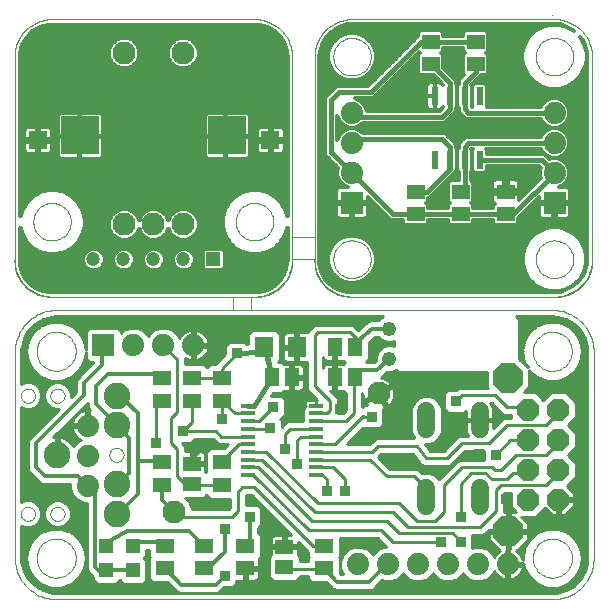
<source format=gtl>
G75*
G70*
%OFA0B0*%
%FSLAX24Y24*%
%IPPOS*%
%LPD*%
%AMOC8*
5,1,8,0,0,1.08239X$1,22.5*
%
%ADD10C,0.0000*%
%ADD11C,0.0000*%
%ADD12C,0.0886*%
%ADD13OC8,0.0740*%
%ADD14R,0.0472X0.0472*%
%ADD15R,0.0630X0.0512*%
%ADD16R,0.0512X0.0591*%
%ADD17R,0.0630X0.0709*%
%ADD18C,0.0768*%
%ADD19R,0.0472X0.0118*%
%ADD20C,0.0480*%
%ADD21R,0.0740X0.0740*%
%ADD22C,0.0740*%
%ADD23R,0.0591X0.0512*%
%ADD24C,0.0591*%
%ADD25OC8,0.1000*%
%ADD26C,0.0100*%
%ADD27R,0.0356X0.0356*%
%ADD28C,0.0120*%
%ADD29C,0.0160*%
%ADD30C,0.0000*%
%ADD31C,0.0768*%
%ADD32R,0.1266X0.1266*%
%ADD33R,0.0472X0.0472*%
%ADD34C,0.0472*%
%ADD35R,0.0600X0.0600*%
%ADD36C,0.0160*%
%ADD37C,0.0000*%
%ADD38R,0.0740X0.0740*%
%ADD39C,0.0740*%
%ADD40R,0.0236X0.0610*%
%ADD41R,0.0591X0.0512*%
%ADD42C,0.0120*%
%ADD43R,0.0356X0.0356*%
%ADD44C,0.0160*%
D10*
X001489Y001583D02*
X001492Y001583D01*
X018027Y001583D01*
X018030Y001583D01*
X018027Y001583D02*
X018099Y001585D01*
X018171Y001591D01*
X018243Y001600D01*
X018314Y001613D01*
X018384Y001630D01*
X018453Y001650D01*
X018521Y001675D01*
X018587Y001702D01*
X018653Y001733D01*
X018716Y001768D01*
X018778Y001805D01*
X018837Y001846D01*
X018894Y001890D01*
X018949Y001937D01*
X019001Y001987D01*
X019051Y002039D01*
X019098Y002094D01*
X019142Y002151D01*
X019183Y002210D01*
X019220Y002272D01*
X019255Y002335D01*
X019286Y002401D01*
X019313Y002467D01*
X019338Y002535D01*
X019358Y002604D01*
X019375Y002674D01*
X019388Y002745D01*
X019397Y002817D01*
X019403Y002889D01*
X019405Y002961D01*
X019405Y009851D01*
X019403Y009923D01*
X019397Y009995D01*
X019388Y010067D01*
X019375Y010138D01*
X019358Y010208D01*
X019338Y010277D01*
X019313Y010345D01*
X019286Y010411D01*
X019255Y010477D01*
X019220Y010540D01*
X019183Y010602D01*
X019142Y010661D01*
X019098Y010718D01*
X019051Y010773D01*
X019001Y010825D01*
X018949Y010875D01*
X018894Y010922D01*
X018837Y010966D01*
X018778Y011007D01*
X018716Y011044D01*
X018653Y011079D01*
X018587Y011110D01*
X018521Y011137D01*
X018453Y011162D01*
X018384Y011182D01*
X018314Y011199D01*
X018243Y011212D01*
X018171Y011221D01*
X018099Y011227D01*
X018027Y011229D01*
X007988Y011229D01*
X007988Y011672D01*
X008100Y011672D01*
X007397Y011672D02*
X007397Y011229D01*
X001492Y011229D01*
X001489Y011229D01*
X001350Y011672D02*
X007397Y011672D01*
X008100Y011672D02*
X008166Y011670D01*
X008232Y011672D01*
X008298Y011678D01*
X008364Y011687D01*
X008429Y011700D01*
X008494Y011717D01*
X008557Y011737D01*
X008619Y011761D01*
X008679Y011788D01*
X008738Y011819D01*
X008796Y011853D01*
X008851Y011890D01*
X008904Y011930D01*
X008954Y011973D01*
X009003Y012018D01*
X009048Y012067D01*
X009091Y012117D01*
X009131Y012170D01*
X009168Y012225D01*
X009202Y012283D01*
X009233Y012342D01*
X009260Y012402D01*
X009284Y012464D01*
X009304Y012527D01*
X009321Y012592D01*
X009334Y012657D01*
X009343Y012723D01*
X009349Y012789D01*
X009351Y012855D01*
X009349Y012921D01*
X009350Y012922D02*
X010100Y012922D01*
X010100Y013672D02*
X010100Y019672D01*
X009350Y019672D02*
X009350Y013672D01*
X010100Y013672D01*
X010100Y012922D02*
X010102Y012854D01*
X010107Y012787D01*
X010116Y012720D01*
X010129Y012653D01*
X010146Y012588D01*
X010165Y012523D01*
X010189Y012459D01*
X010216Y012397D01*
X010246Y012336D01*
X010279Y012278D01*
X010315Y012221D01*
X010355Y012166D01*
X010397Y012113D01*
X010443Y012062D01*
X010490Y012015D01*
X010541Y011969D01*
X010594Y011927D01*
X010649Y011887D01*
X010706Y011851D01*
X010764Y011818D01*
X010825Y011788D01*
X010887Y011761D01*
X010951Y011737D01*
X011016Y011718D01*
X011081Y011701D01*
X011148Y011688D01*
X011215Y011679D01*
X011282Y011674D01*
X011350Y011672D01*
X018100Y011672D01*
X018421Y011229D02*
X018424Y011229D01*
X018100Y011672D02*
X018166Y011670D01*
X018232Y011672D01*
X018298Y011678D01*
X018364Y011687D01*
X018429Y011700D01*
X018494Y011717D01*
X018557Y011737D01*
X018619Y011761D01*
X018679Y011788D01*
X018738Y011819D01*
X018796Y011853D01*
X018851Y011890D01*
X018904Y011930D01*
X018954Y011973D01*
X019003Y012018D01*
X019048Y012067D01*
X019091Y012117D01*
X019131Y012170D01*
X019168Y012225D01*
X019202Y012283D01*
X019233Y012342D01*
X019260Y012402D01*
X019284Y012464D01*
X019304Y012527D01*
X019321Y012592D01*
X019334Y012657D01*
X019343Y012723D01*
X019349Y012789D01*
X019351Y012855D01*
X019349Y012921D01*
X019350Y012922D02*
X019350Y019672D01*
X019348Y019740D01*
X019343Y019807D01*
X019334Y019874D01*
X019321Y019941D01*
X019304Y020006D01*
X019285Y020071D01*
X019261Y020135D01*
X019234Y020197D01*
X019204Y020258D01*
X019171Y020316D01*
X019135Y020373D01*
X019095Y020428D01*
X019053Y020481D01*
X019007Y020532D01*
X018960Y020579D01*
X018909Y020625D01*
X018856Y020667D01*
X018801Y020707D01*
X018744Y020743D01*
X018686Y020776D01*
X018625Y020806D01*
X018563Y020833D01*
X018499Y020857D01*
X018434Y020876D01*
X018369Y020893D01*
X018302Y020906D01*
X018235Y020915D01*
X018168Y020920D01*
X018100Y020922D01*
X018137Y020922D02*
X011350Y020922D01*
X011282Y020920D01*
X011215Y020915D01*
X011148Y020906D01*
X011081Y020893D01*
X011016Y020876D01*
X010951Y020857D01*
X010887Y020833D01*
X010825Y020806D01*
X010764Y020776D01*
X010706Y020743D01*
X010649Y020707D01*
X010594Y020667D01*
X010541Y020625D01*
X010490Y020579D01*
X010443Y020532D01*
X010397Y020481D01*
X010355Y020428D01*
X010315Y020373D01*
X010279Y020316D01*
X010246Y020258D01*
X010216Y020197D01*
X010189Y020135D01*
X010165Y020071D01*
X010146Y020006D01*
X010129Y019941D01*
X010116Y019874D01*
X010107Y019807D01*
X010102Y019740D01*
X010100Y019672D01*
X009350Y019672D02*
X009348Y019740D01*
X009343Y019807D01*
X009334Y019874D01*
X009321Y019941D01*
X009304Y020006D01*
X009285Y020071D01*
X009261Y020135D01*
X009234Y020197D01*
X009204Y020258D01*
X009171Y020316D01*
X009135Y020373D01*
X009095Y020428D01*
X009053Y020481D01*
X009007Y020532D01*
X008960Y020579D01*
X008909Y020625D01*
X008856Y020667D01*
X008801Y020707D01*
X008744Y020743D01*
X008686Y020776D01*
X008625Y020806D01*
X008563Y020833D01*
X008499Y020857D01*
X008434Y020876D01*
X008369Y020893D01*
X008302Y020906D01*
X008235Y020915D01*
X008168Y020920D01*
X008100Y020922D01*
X001350Y020922D01*
X001282Y020920D01*
X001215Y020915D01*
X001148Y020906D01*
X001081Y020893D01*
X001016Y020876D01*
X000951Y020857D01*
X000887Y020833D01*
X000825Y020806D01*
X000764Y020776D01*
X000706Y020743D01*
X000649Y020707D01*
X000594Y020667D01*
X000541Y020625D01*
X000490Y020579D01*
X000443Y020532D01*
X000397Y020481D01*
X000355Y020428D01*
X000315Y020373D01*
X000279Y020316D01*
X000246Y020258D01*
X000216Y020197D01*
X000189Y020135D01*
X000165Y020071D01*
X000146Y020006D01*
X000129Y019941D01*
X000116Y019874D01*
X000107Y019807D01*
X000102Y019740D01*
X000100Y019672D01*
X000100Y012922D01*
X000102Y012854D01*
X000107Y012787D01*
X000116Y012720D01*
X000129Y012653D01*
X000146Y012588D01*
X000165Y012523D01*
X000189Y012459D01*
X000216Y012397D01*
X000246Y012336D01*
X000279Y012278D01*
X000315Y012221D01*
X000355Y012166D01*
X000397Y012113D01*
X000443Y012062D01*
X000490Y012015D01*
X000541Y011969D01*
X000594Y011927D01*
X000649Y011887D01*
X000706Y011851D01*
X000764Y011818D01*
X000825Y011788D01*
X000887Y011761D01*
X000951Y011737D01*
X001016Y011718D01*
X001081Y011701D01*
X001148Y011688D01*
X001215Y011679D01*
X001282Y011674D01*
X001350Y011672D01*
X001492Y011229D02*
X001420Y011227D01*
X001348Y011221D01*
X001276Y011212D01*
X001205Y011199D01*
X001135Y011182D01*
X001066Y011162D01*
X000998Y011137D01*
X000932Y011110D01*
X000866Y011079D01*
X000803Y011044D01*
X000741Y011007D01*
X000682Y010966D01*
X000625Y010922D01*
X000570Y010875D01*
X000518Y010825D01*
X000468Y010773D01*
X000421Y010718D01*
X000377Y010661D01*
X000336Y010602D01*
X000299Y010540D01*
X000264Y010477D01*
X000233Y010411D01*
X000206Y010345D01*
X000181Y010277D01*
X000161Y010208D01*
X000144Y010138D01*
X000131Y010067D01*
X000122Y009995D01*
X000116Y009923D01*
X000114Y009851D01*
X000114Y009854D01*
X000114Y009851D02*
X000114Y003001D01*
X000114Y002958D01*
X000113Y003001D02*
X000114Y002928D01*
X000119Y002854D01*
X000127Y002782D01*
X000140Y002710D01*
X000156Y002638D01*
X000175Y002568D01*
X000199Y002498D01*
X000226Y002430D01*
X000257Y002364D01*
X000291Y002299D01*
X000328Y002236D01*
X000369Y002175D01*
X000412Y002117D01*
X000459Y002060D01*
X000509Y002006D01*
X000561Y001955D01*
X000616Y001907D01*
X000673Y001862D01*
X000733Y001819D01*
X000795Y001780D01*
X000859Y001744D01*
X000924Y001712D01*
X000992Y001683D01*
X001060Y001658D01*
X001130Y001636D01*
X001201Y001618D01*
X001273Y001603D01*
X001345Y001593D01*
X001418Y001586D01*
X001491Y001583D01*
X018027Y021072D02*
X018030Y021072D01*
D11*
X1489Y1583D02*
X1492Y1583D01*
X18027Y1583D01*
X18030Y1583D01*
X17380Y2958D02*
X17382Y3008D01*
X17388Y3058D01*
X17398Y3108D01*
X17411Y3156D01*
X17428Y3204D01*
X17449Y3250D01*
X17473Y3294D01*
X17501Y3336D01*
X17532Y3376D01*
X17566Y3413D01*
X17603Y3448D01*
X17642Y3479D01*
X17683Y3508D01*
X17727Y3533D01*
X17773Y3555D01*
X17820Y3573D01*
X17868Y3587D01*
X17917Y3598D01*
X17967Y3605D01*
X18017Y3608D01*
X18068Y3607D01*
X18118Y3602D01*
X18168Y3593D01*
X18216Y3581D01*
X18264Y3564D01*
X18310Y3544D01*
X18355Y3521D01*
X18398Y3494D01*
X18438Y3464D01*
X18476Y3431D01*
X18511Y3395D01*
X18544Y3356D01*
X18573Y3315D01*
X18599Y3272D01*
X18622Y3227D01*
X18641Y3180D01*
X18656Y3132D01*
X18668Y3083D01*
X18676Y3033D01*
X18680Y2983D01*
X18680Y2933D01*
X18676Y2883D01*
X18668Y2833D01*
X18656Y2784D01*
X18641Y2736D01*
X18622Y2689D01*
X18599Y2644D01*
X18573Y2601D01*
X18544Y2560D01*
X18511Y2521D01*
X18476Y2485D01*
X18438Y2452D01*
X18398Y2422D01*
X18355Y2395D01*
X18310Y2372D01*
X18264Y2352D01*
X18216Y2335D01*
X18168Y2323D01*
X18118Y2314D01*
X18068Y2309D01*
X18017Y2308D01*
X17967Y2311D01*
X17917Y2318D01*
X17868Y2329D01*
X17820Y2343D01*
X17773Y2361D01*
X17727Y2383D01*
X17683Y2408D01*
X17642Y2437D01*
X17603Y2468D01*
X17566Y2503D01*
X17532Y2540D01*
X17501Y2580D01*
X17473Y2622D01*
X17449Y2666D01*
X17428Y2712D01*
X17411Y2760D01*
X17398Y2808D01*
X17388Y2858D01*
X17382Y2908D01*
X17380Y2958D01*
X18027Y1583D02*
X18099Y1585D01*
X18171Y1591D01*
X18243Y1600D01*
X18314Y1613D01*
X18384Y1630D01*
X18453Y1650D01*
X18521Y1675D01*
X18587Y1702D01*
X18653Y1733D01*
X18716Y1768D01*
X18778Y1805D01*
X18837Y1846D01*
X18894Y1890D01*
X18949Y1937D01*
X19001Y1987D01*
X19051Y2039D01*
X19098Y2094D01*
X19142Y2151D01*
X19183Y2210D01*
X19220Y2272D01*
X19255Y2335D01*
X19286Y2401D01*
X19313Y2467D01*
X19338Y2535D01*
X19358Y2604D01*
X19375Y2674D01*
X19388Y2745D01*
X19397Y2817D01*
X19403Y2889D01*
X19405Y2961D01*
X19405Y9851D01*
X17377Y9851D02*
X17379Y9901D01*
X17385Y9951D01*
X17395Y10001D01*
X17408Y10049D01*
X17425Y10097D01*
X17446Y10143D01*
X17470Y10187D01*
X17498Y10229D01*
X17529Y10269D01*
X17563Y10306D01*
X17600Y10341D01*
X17639Y10372D01*
X17680Y10401D01*
X17724Y10426D01*
X17770Y10448D01*
X17817Y10466D01*
X17865Y10480D01*
X17914Y10491D01*
X17964Y10498D01*
X18014Y10501D01*
X18065Y10500D01*
X18115Y10495D01*
X18165Y10486D01*
X18213Y10474D01*
X18261Y10457D01*
X18307Y10437D01*
X18352Y10414D01*
X18395Y10387D01*
X18435Y10357D01*
X18473Y10324D01*
X18508Y10288D01*
X18541Y10249D01*
X18570Y10208D01*
X18596Y10165D01*
X18619Y10120D01*
X18638Y10073D01*
X18653Y10025D01*
X18665Y9976D01*
X18673Y9926D01*
X18677Y9876D01*
X18677Y9826D01*
X18673Y9776D01*
X18665Y9726D01*
X18653Y9677D01*
X18638Y9629D01*
X18619Y9582D01*
X18596Y9537D01*
X18570Y9494D01*
X18541Y9453D01*
X18508Y9414D01*
X18473Y9378D01*
X18435Y9345D01*
X18395Y9315D01*
X18352Y9288D01*
X18307Y9265D01*
X18261Y9245D01*
X18213Y9228D01*
X18165Y9216D01*
X18115Y9207D01*
X18065Y9202D01*
X18014Y9201D01*
X17964Y9204D01*
X17914Y9211D01*
X17865Y9222D01*
X17817Y9236D01*
X17770Y9254D01*
X17724Y9276D01*
X17680Y9301D01*
X17639Y9330D01*
X17600Y9361D01*
X17563Y9396D01*
X17529Y9433D01*
X17498Y9473D01*
X17470Y9515D01*
X17446Y9559D01*
X17425Y9605D01*
X17408Y9653D01*
X17395Y9701D01*
X17385Y9751D01*
X17379Y9801D01*
X17377Y9851D01*
X18027Y11229D02*
X18099Y11227D01*
X18171Y11221D01*
X18243Y11212D01*
X18314Y11199D01*
X18384Y11182D01*
X18453Y11162D01*
X18521Y11137D01*
X18587Y11110D01*
X18653Y11079D01*
X18716Y11044D01*
X18778Y11007D01*
X18837Y10966D01*
X18894Y10922D01*
X18949Y10875D01*
X19001Y10825D01*
X19051Y10773D01*
X19098Y10718D01*
X19142Y10661D01*
X19183Y10602D01*
X19220Y10540D01*
X19255Y10477D01*
X19286Y10411D01*
X19313Y10345D01*
X19338Y10277D01*
X19358Y10208D01*
X19375Y10138D01*
X19388Y10067D01*
X19397Y9995D01*
X19403Y9923D01*
X19405Y9851D01*
X18027Y11229D02*
X1492Y11229D01*
X839Y9854D02*
X841Y9904D01*
X847Y9954D01*
X857Y10004D01*
X870Y10052D01*
X887Y10100D01*
X908Y10146D01*
X932Y10190D01*
X960Y10232D01*
X991Y10272D01*
X1025Y10309D01*
X1062Y10344D01*
X1101Y10375D01*
X1142Y10404D01*
X1186Y10429D01*
X1232Y10451D01*
X1279Y10469D01*
X1327Y10483D01*
X1376Y10494D01*
X1426Y10501D01*
X1476Y10504D01*
X1527Y10503D01*
X1577Y10498D01*
X1627Y10489D01*
X1675Y10477D01*
X1723Y10460D01*
X1769Y10440D01*
X1814Y10417D01*
X1857Y10390D01*
X1897Y10360D01*
X1935Y10327D01*
X1970Y10291D01*
X2003Y10252D01*
X2032Y10211D01*
X2058Y10168D01*
X2081Y10123D01*
X2100Y10076D01*
X2115Y10028D01*
X2127Y9979D01*
X2135Y9929D01*
X2139Y9879D01*
X2139Y9829D01*
X2135Y9779D01*
X2127Y9729D01*
X2115Y9680D01*
X2100Y9632D01*
X2081Y9585D01*
X2058Y9540D01*
X2032Y9497D01*
X2003Y9456D01*
X1970Y9417D01*
X1935Y9381D01*
X1897Y9348D01*
X1857Y9318D01*
X1814Y9291D01*
X1769Y9268D01*
X1723Y9248D01*
X1675Y9231D01*
X1627Y9219D01*
X1577Y9210D01*
X1527Y9205D01*
X1476Y9204D01*
X1426Y9207D01*
X1376Y9214D01*
X1327Y9225D01*
X1279Y9239D01*
X1232Y9257D01*
X1186Y9279D01*
X1142Y9304D01*
X1101Y9333D01*
X1062Y9364D01*
X1025Y9399D01*
X991Y9436D01*
X960Y9476D01*
X932Y9518D01*
X908Y9562D01*
X887Y9608D01*
X870Y9656D01*
X857Y9704D01*
X847Y9754D01*
X841Y9804D01*
X839Y9854D01*
X114Y9851D02*
X116Y9923D01*
X122Y9995D01*
X131Y10067D01*
X144Y10138D01*
X161Y10208D01*
X181Y10277D01*
X206Y10345D01*
X233Y10411D01*
X264Y10477D01*
X299Y10540D01*
X336Y10602D01*
X377Y10661D01*
X421Y10718D01*
X468Y10773D01*
X518Y10825D01*
X570Y10875D01*
X625Y10922D01*
X682Y10966D01*
X741Y11007D01*
X803Y11044D01*
X866Y11079D01*
X932Y11110D01*
X998Y11137D01*
X1066Y11162D01*
X1135Y11182D01*
X1205Y11199D01*
X1276Y11212D01*
X1348Y11221D01*
X1420Y11227D01*
X1492Y11229D01*
X114Y9854D02*
X114Y9851D01*
X114Y3001D01*
X114Y2958D01*
X839Y2958D02*
X841Y3008D01*
X847Y3058D01*
X857Y3108D01*
X870Y3156D01*
X887Y3204D01*
X908Y3250D01*
X932Y3294D01*
X960Y3336D01*
X991Y3376D01*
X1025Y3413D01*
X1062Y3448D01*
X1101Y3479D01*
X1142Y3508D01*
X1186Y3533D01*
X1232Y3555D01*
X1279Y3573D01*
X1327Y3587D01*
X1376Y3598D01*
X1426Y3605D01*
X1476Y3608D01*
X1527Y3607D01*
X1577Y3602D01*
X1627Y3593D01*
X1675Y3581D01*
X1723Y3564D01*
X1769Y3544D01*
X1814Y3521D01*
X1857Y3494D01*
X1897Y3464D01*
X1935Y3431D01*
X1970Y3395D01*
X2003Y3356D01*
X2032Y3315D01*
X2058Y3272D01*
X2081Y3227D01*
X2100Y3180D01*
X2115Y3132D01*
X2127Y3083D01*
X2135Y3033D01*
X2139Y2983D01*
X2139Y2933D01*
X2135Y2883D01*
X2127Y2833D01*
X2115Y2784D01*
X2100Y2736D01*
X2081Y2689D01*
X2058Y2644D01*
X2032Y2601D01*
X2003Y2560D01*
X1970Y2521D01*
X1935Y2485D01*
X1897Y2452D01*
X1857Y2422D01*
X1814Y2395D01*
X1769Y2372D01*
X1723Y2352D01*
X1675Y2335D01*
X1627Y2323D01*
X1577Y2314D01*
X1527Y2309D01*
X1476Y2308D01*
X1426Y2311D01*
X1376Y2318D01*
X1327Y2329D01*
X1279Y2343D01*
X1232Y2361D01*
X1186Y2383D01*
X1142Y2408D01*
X1101Y2437D01*
X1062Y2468D01*
X1025Y2503D01*
X991Y2540D01*
X960Y2580D01*
X932Y2622D01*
X908Y2666D01*
X887Y2712D01*
X870Y2760D01*
X857Y2808D01*
X847Y2858D01*
X841Y2908D01*
X839Y2958D01*
X113Y3001D02*
X114Y2928D01*
X119Y2854D01*
X127Y2782D01*
X140Y2710D01*
X156Y2638D01*
X175Y2568D01*
X199Y2498D01*
X226Y2430D01*
X257Y2364D01*
X291Y2299D01*
X328Y2236D01*
X369Y2175D01*
X412Y2117D01*
X459Y2060D01*
X509Y2006D01*
X561Y1955D01*
X616Y1907D01*
X673Y1862D01*
X733Y1819D01*
X795Y1780D01*
X859Y1744D01*
X924Y1712D01*
X992Y1683D01*
X1060Y1658D01*
X1130Y1636D01*
X1201Y1618D01*
X1273Y1603D01*
X1345Y1593D01*
X1418Y1586D01*
X1491Y1583D01*
X1295Y4434D02*
X1297Y4464D01*
X1303Y4494D01*
X1312Y4523D01*
X1325Y4550D01*
X1342Y4575D01*
X1361Y4598D01*
X1384Y4619D01*
X1409Y4636D01*
X1435Y4650D01*
X1464Y4660D01*
X1493Y4667D01*
X1523Y4670D01*
X1554Y4669D01*
X1584Y4664D01*
X1613Y4655D01*
X1640Y4643D01*
X1666Y4628D01*
X1690Y4609D01*
X1711Y4587D01*
X1729Y4563D01*
X1744Y4536D01*
X1755Y4508D01*
X1763Y4479D01*
X1767Y4449D01*
X1767Y4419D01*
X1763Y4389D01*
X1755Y4360D01*
X1744Y4332D01*
X1729Y4305D01*
X1711Y4281D01*
X1690Y4259D01*
X1666Y4240D01*
X1640Y4225D01*
X1613Y4213D01*
X1584Y4204D01*
X1554Y4199D01*
X1523Y4198D01*
X1493Y4201D01*
X1464Y4208D01*
X1435Y4218D01*
X1409Y4232D01*
X1384Y4249D01*
X1361Y4270D01*
X1342Y4293D01*
X1325Y4318D01*
X1312Y4345D01*
X1303Y4374D01*
X1297Y4404D01*
X1295Y4434D01*
X311Y4434D02*
X313Y4464D01*
X319Y4494D01*
X328Y4523D01*
X341Y4550D01*
X358Y4575D01*
X377Y4598D01*
X400Y4619D01*
X425Y4636D01*
X451Y4650D01*
X480Y4660D01*
X509Y4667D01*
X539Y4670D01*
X570Y4669D01*
X600Y4664D01*
X629Y4655D01*
X656Y4643D01*
X682Y4628D01*
X706Y4609D01*
X727Y4587D01*
X745Y4563D01*
X760Y4536D01*
X771Y4508D01*
X779Y4479D01*
X783Y4449D01*
X783Y4419D01*
X779Y4389D01*
X771Y4360D01*
X760Y4332D01*
X745Y4305D01*
X727Y4281D01*
X706Y4259D01*
X682Y4240D01*
X656Y4225D01*
X629Y4213D01*
X600Y4204D01*
X570Y4199D01*
X539Y4198D01*
X509Y4201D01*
X480Y4208D01*
X451Y4218D01*
X425Y4232D01*
X400Y4249D01*
X377Y4270D01*
X358Y4293D01*
X341Y4318D01*
X328Y4345D01*
X319Y4374D01*
X313Y4404D01*
X311Y4434D01*
X3264Y6402D02*
X3266Y6432D01*
X3272Y6462D01*
X3281Y6491D01*
X3294Y6518D01*
X3311Y6543D01*
X3330Y6566D01*
X3353Y6587D01*
X3378Y6604D01*
X3404Y6618D01*
X3433Y6628D01*
X3462Y6635D01*
X3492Y6638D01*
X3523Y6637D01*
X3553Y6632D01*
X3582Y6623D01*
X3609Y6611D01*
X3635Y6596D01*
X3659Y6577D01*
X3680Y6555D01*
X3698Y6531D01*
X3713Y6504D01*
X3724Y6476D01*
X3732Y6447D01*
X3736Y6417D01*
X3736Y6387D01*
X3732Y6357D01*
X3724Y6328D01*
X3713Y6300D01*
X3698Y6273D01*
X3680Y6249D01*
X3659Y6227D01*
X3635Y6208D01*
X3609Y6193D01*
X3582Y6181D01*
X3553Y6172D01*
X3523Y6167D01*
X3492Y6166D01*
X3462Y6169D01*
X3433Y6176D01*
X3404Y6186D01*
X3378Y6200D01*
X3353Y6217D01*
X3330Y6238D01*
X3311Y6261D01*
X3294Y6286D01*
X3281Y6313D01*
X3272Y6342D01*
X3266Y6372D01*
X3264Y6402D01*
X1295Y8371D02*
X1297Y8401D01*
X1303Y8431D01*
X1312Y8460D01*
X1325Y8487D01*
X1342Y8512D01*
X1361Y8535D01*
X1384Y8556D01*
X1409Y8573D01*
X1435Y8587D01*
X1464Y8597D01*
X1493Y8604D01*
X1523Y8607D01*
X1554Y8606D01*
X1584Y8601D01*
X1613Y8592D01*
X1640Y8580D01*
X1666Y8565D01*
X1690Y8546D01*
X1711Y8524D01*
X1729Y8500D01*
X1744Y8473D01*
X1755Y8445D01*
X1763Y8416D01*
X1767Y8386D01*
X1767Y8356D01*
X1763Y8326D01*
X1755Y8297D01*
X1744Y8269D01*
X1729Y8242D01*
X1711Y8218D01*
X1690Y8196D01*
X1666Y8177D01*
X1640Y8162D01*
X1613Y8150D01*
X1584Y8141D01*
X1554Y8136D01*
X1523Y8135D01*
X1493Y8138D01*
X1464Y8145D01*
X1435Y8155D01*
X1409Y8169D01*
X1384Y8186D01*
X1361Y8207D01*
X1342Y8230D01*
X1325Y8255D01*
X1312Y8282D01*
X1303Y8311D01*
X1297Y8341D01*
X1295Y8371D01*
X311Y8371D02*
X313Y8401D01*
X319Y8431D01*
X328Y8460D01*
X341Y8487D01*
X358Y8512D01*
X377Y8535D01*
X400Y8556D01*
X425Y8573D01*
X451Y8587D01*
X480Y8597D01*
X509Y8604D01*
X539Y8607D01*
X570Y8606D01*
X600Y8601D01*
X629Y8592D01*
X656Y8580D01*
X682Y8565D01*
X706Y8546D01*
X727Y8524D01*
X745Y8500D01*
X760Y8473D01*
X771Y8445D01*
X779Y8416D01*
X783Y8386D01*
X783Y8356D01*
X779Y8326D01*
X771Y8297D01*
X760Y8269D01*
X745Y8242D01*
X727Y8218D01*
X706Y8196D01*
X682Y8177D01*
X656Y8162D01*
X629Y8150D01*
X600Y8141D01*
X570Y8136D01*
X539Y8135D01*
X509Y8138D01*
X480Y8145D01*
X451Y8155D01*
X425Y8169D01*
X400Y8186D01*
X377Y8207D01*
X358Y8230D01*
X341Y8255D01*
X328Y8282D01*
X319Y8311D01*
X313Y8341D01*
X311Y8371D01*
D12*
X3500Y8371D03*
X3500Y7386D03*
X1531Y6402D03*
X3500Y5418D03*
X3500Y4434D03*
D13*
X17228Y4899D03*
X18228Y4899D03*
X18228Y5899D03*
X17228Y5899D03*
X17228Y6899D03*
X18228Y6899D03*
X18228Y7899D03*
X17228Y7899D03*
D14*
X4051Y3375D03*
X3165Y3375D03*
X3165Y2548D03*
X4051Y2548D03*
D15*
X5116Y2616D03*
X5116Y3364D03*
X6403Y3370D03*
X6403Y2622D03*
X7791Y2617D03*
X7791Y3365D03*
X10412Y3364D03*
X10412Y2616D03*
X7014Y5400D03*
X7014Y6148D03*
X5014Y6157D03*
X5014Y5409D03*
X5014Y8209D03*
X6014Y8209D03*
X7014Y8209D03*
X7014Y8957D03*
X6014Y8957D03*
X5014Y8957D03*
D16*
X8679Y8983D03*
X9348Y8983D03*
X10779Y8983D03*
X11448Y8983D03*
X11448Y9983D03*
X10779Y9983D03*
D17*
X9515Y9991D03*
X8413Y9991D03*
D18*
X12233Y8449D03*
X5414Y4512D03*
D19*
X7872Y5732D03*
X7872Y5988D03*
X7872Y6243D03*
X7872Y6499D03*
X7872Y6755D03*
X7872Y7011D03*
X7872Y7267D03*
X7872Y7523D03*
X7872Y7779D03*
X7872Y8035D03*
X10155Y8035D03*
X10155Y7779D03*
X10155Y7523D03*
X10155Y7267D03*
X10155Y7011D03*
X10155Y6755D03*
X10155Y6499D03*
X10155Y6243D03*
X10155Y5988D03*
X10155Y5732D03*
D20*
X12592Y9612D03*
X12592Y10612D03*
D21*
X3058Y10062D03*
D22*
X4058Y10062D03*
X5058Y10062D03*
X6058Y10062D03*
X2534Y7373D03*
X2534Y6373D03*
X2534Y5373D03*
X11545Y2759D03*
X12545Y2759D03*
X13545Y2759D03*
X14545Y2759D03*
X15545Y2759D03*
X16545Y2759D03*
D23*
X9096Y2665D03*
X9096Y3335D03*
X6020Y5439D03*
X6020Y6108D03*
D24*
X13828Y5299D02*
X13828Y4708D01*
X15600Y4708D02*
X15600Y5299D01*
X15600Y7267D02*
X15600Y7858D01*
X13828Y7858D02*
X13828Y7267D01*
D25*
X16551Y8965D03*
X16551Y3847D03*
D26*
X1041Y1890D02*
X775Y2049D01*
X559Y2271D01*
X408Y2542D01*
X332Y2842D01*
X324Y2997D01*
X324Y2999D01*
X325Y3085D01*
X324Y3086D01*
X324Y4043D01*
X458Y3987D01*
X636Y3987D01*
X800Y4055D01*
X925Y4181D01*
X993Y4345D01*
X993Y4522D01*
X925Y4686D01*
X800Y4812D01*
X636Y4880D01*
X458Y4880D01*
X324Y4824D01*
X324Y7980D01*
X458Y7924D01*
X636Y7924D01*
X800Y7992D01*
X925Y8118D01*
X993Y8282D01*
X993Y8459D01*
X925Y8623D01*
X800Y8749D01*
X636Y8817D01*
X458Y8817D01*
X324Y8761D01*
X324Y9851D01*
X334Y10003D01*
X413Y10298D01*
X565Y10562D01*
X781Y10778D01*
X1045Y10930D01*
X1339Y11009D01*
X1492Y11019D01*
X12399Y11019D01*
X12337Y10993D01*
X12226Y10882D01*
X12006Y10882D01*
X11956Y10883D01*
X11952Y10882D01*
X11948Y10882D01*
X11902Y10863D01*
X11856Y10845D01*
X11852Y10842D01*
X893Y10842D01*
X991Y10716D02*
X726Y10494D01*
X726Y10494D01*
X726Y10494D01*
X553Y10194D01*
X493Y9854D01*
X553Y9514D01*
X553Y9514D01*
X726Y9214D01*
X991Y8992D01*
X1316Y8874D01*
X1661Y8874D01*
X1986Y8992D01*
X1986Y8992D01*
X2251Y9214D01*
X2251Y9214D01*
X2251Y9214D01*
X2424Y9514D01*
X2478Y9825D01*
X2478Y9605D01*
X2601Y9482D01*
X2731Y9482D01*
X2185Y8936D01*
X2144Y8837D01*
X2144Y8495D01*
X1977Y8329D01*
X1977Y8459D01*
X1909Y8623D01*
X1784Y8749D01*
X1620Y8817D01*
X1442Y8817D01*
X1278Y8749D01*
X1153Y8623D01*
X1085Y8459D01*
X1085Y8282D01*
X1153Y8118D01*
X1278Y7992D01*
X1442Y7924D01*
X1573Y7924D01*
X585Y6936D01*
X544Y6837D01*
X544Y5929D01*
X585Y5830D01*
X661Y5754D01*
X961Y5454D01*
X1060Y5413D01*
X1954Y5413D01*
X1954Y5258D01*
X2042Y5045D01*
X2205Y4881D01*
X2418Y4793D01*
X2501Y4793D01*
X2501Y2612D01*
X2542Y2513D01*
X2618Y2437D01*
X2618Y2437D01*
X2719Y2337D01*
X2719Y2225D01*
X2842Y2102D01*
X3488Y2102D01*
X3608Y2221D01*
X3728Y2102D01*
X4374Y2102D01*
X4497Y2225D01*
X4497Y2871D01*
X4407Y2961D01*
X4497Y3051D01*
X4497Y3213D01*
X4592Y3213D01*
X4592Y3021D01*
X4623Y2990D01*
X4592Y2959D01*
X4592Y2273D01*
X4497Y2273D01*
X4592Y2273D02*
X4715Y2150D01*
X5195Y2150D01*
X5417Y1924D01*
X5418Y1922D01*
X5455Y1885D01*
X5492Y1848D01*
X5493Y1847D01*
X5494Y1846D01*
X5542Y1826D01*
X5591Y1806D01*
X5592Y1806D01*
X5593Y1805D01*
X5646Y1805D01*
X5698Y1805D01*
X5699Y1805D01*
X6860Y1805D01*
X6960Y1846D01*
X7096Y1982D01*
X7367Y1982D01*
X7490Y2105D01*
X7490Y2211D01*
X7741Y2211D01*
X7741Y2567D01*
X7841Y2567D01*
X7841Y2211D01*
X8126Y2211D01*
X8164Y2221D01*
X8198Y2241D01*
X8226Y2269D01*
X8246Y2303D01*
X8256Y2341D01*
X8256Y2567D01*
X7841Y2567D01*
X7841Y2667D01*
X8256Y2667D01*
X8256Y2893D01*
X8246Y2931D01*
X8238Y2944D01*
X8316Y3022D01*
X8316Y3708D01*
X8211Y3813D01*
X8211Y3956D01*
X8329Y4074D01*
X8329Y4604D01*
X8206Y4727D01*
X7806Y4727D01*
X7806Y5063D01*
X7978Y5063D01*
X9301Y3741D01*
X9146Y3741D01*
X9146Y3385D01*
X9046Y3385D01*
X9046Y3285D01*
X8651Y3285D01*
X8651Y3068D01*
X8591Y3008D01*
X8591Y2323D01*
X8714Y2199D01*
X9479Y2199D01*
X9602Y2323D01*
X9602Y2346D01*
X9887Y2346D01*
X9887Y2273D01*
X10010Y2150D01*
X10490Y2150D01*
X10615Y2022D01*
X10616Y2021D01*
X10652Y1984D01*
X10689Y1947D01*
X10690Y1946D01*
X10691Y1945D01*
X10740Y1925D01*
X10788Y1904D01*
X10789Y1904D01*
X10791Y1904D01*
X10843Y1904D01*
X10895Y1903D01*
X10897Y1904D01*
X11978Y1904D01*
X12078Y1945D01*
X12154Y2021D01*
X12347Y2214D01*
X12430Y2179D01*
X12661Y2179D01*
X12874Y2268D01*
X13037Y2431D01*
X13045Y2451D01*
X13054Y2431D01*
X13217Y2268D01*
X13430Y2179D01*
X13661Y2179D01*
X13874Y2268D01*
X14037Y2431D01*
X14045Y2451D01*
X14054Y2431D01*
X14217Y2268D01*
X14430Y2179D01*
X14661Y2179D01*
X14874Y2268D01*
X15037Y2431D01*
X15045Y2451D01*
X15054Y2431D01*
X15217Y2268D01*
X15430Y2179D01*
X15661Y2179D01*
X15874Y2268D01*
X16037Y2431D01*
X16078Y2530D01*
X16101Y2487D01*
X16149Y2420D01*
X16207Y2363D01*
X16273Y2315D01*
X16346Y2277D01*
X16424Y2252D01*
X16495Y2241D01*
X16495Y2709D01*
X16595Y2709D01*
X16595Y2241D01*
X16667Y2252D01*
X16745Y2277D01*
X16818Y2315D01*
X16884Y2363D01*
X16942Y2420D01*
X16990Y2487D01*
X17027Y2560D01*
X17053Y2637D01*
X17064Y2709D01*
X16595Y2709D01*
X16595Y2809D01*
X16495Y2809D01*
X16495Y3197D01*
X16501Y3197D01*
X16501Y3797D01*
X16601Y3797D01*
X16601Y3897D01*
X17201Y3897D01*
X17201Y4116D01*
X16998Y4319D01*
X17468Y4319D01*
X17770Y4622D01*
X18013Y4379D01*
X18178Y4379D01*
X18178Y4849D01*
X18278Y4849D01*
X18278Y4379D01*
X18443Y4379D01*
X18748Y4684D01*
X18748Y4849D01*
X18278Y4849D01*
X18278Y4949D01*
X18748Y4949D01*
X18748Y5115D01*
X18506Y5357D01*
X18808Y5659D01*
X18808Y6140D01*
X18548Y6399D01*
X18808Y6659D01*
X18808Y7140D01*
X18548Y7399D01*
X18808Y7659D01*
X18808Y8140D01*
X18468Y8479D01*
X17988Y8479D01*
X17728Y8220D01*
X17468Y8479D01*
X17069Y8479D01*
X17261Y8671D01*
X17261Y9218D01*
X17265Y9211D01*
X17530Y8989D01*
X17854Y8871D01*
X18200Y8871D01*
X18525Y8989D01*
X18789Y9211D01*
X18789Y9211D01*
X18789Y9211D01*
X18962Y9511D01*
X19022Y9851D01*
X18962Y10191D01*
X18789Y10491D01*
X18525Y10713D01*
X18525Y10713D01*
X18200Y10831D01*
X17854Y10831D01*
X17530Y10713D01*
X17530Y10713D01*
X17265Y10491D01*
X17265Y10491D01*
X17265Y10491D01*
X17092Y10191D01*
X17032Y9851D01*
X17032Y9851D01*
X17092Y9511D01*
X17092Y9511D01*
X17205Y9315D01*
X16927Y9593D01*
X16927Y10917D01*
X16825Y11019D01*
X18027Y11019D01*
X18180Y11009D01*
X18474Y10930D01*
X18738Y10778D01*
X18954Y10562D01*
X19106Y10298D01*
X19185Y10003D01*
X19195Y9851D01*
X19195Y2961D01*
X19185Y2809D01*
X19106Y2514D01*
X18954Y2250D01*
X18738Y2035D01*
X18474Y1882D01*
X18180Y1803D01*
X18027Y1793D01*
X1494Y1793D01*
X1340Y1806D01*
X1041Y1890D01*
X1081Y1879D02*
X5461Y1879D01*
X5365Y1977D02*
X895Y1977D01*
X991Y2096D02*
X991Y2096D01*
X1316Y1978D01*
X1439Y1978D01*
X1661Y1978D01*
X1986Y2096D01*
X1986Y2096D01*
X2251Y2318D01*
X2251Y2318D01*
X2251Y2318D01*
X2424Y2618D01*
X2484Y2958D01*
X2424Y3298D01*
X2424Y3298D01*
X2251Y3598D01*
X1986Y3820D01*
X1661Y3938D01*
X1316Y3938D01*
X991Y3820D01*
X991Y3820D01*
X726Y3598D01*
X726Y3598D01*
X726Y3598D01*
X553Y3298D01*
X493Y2958D01*
X553Y2618D01*
X553Y2618D01*
X726Y2318D01*
X991Y2096D01*
X1047Y2076D02*
X749Y2076D01*
X653Y2174D02*
X898Y2174D01*
X781Y2273D02*
X558Y2273D01*
X503Y2371D02*
X696Y2371D01*
X726Y2318D02*
X726Y2318D01*
X639Y2470D02*
X448Y2470D01*
X401Y2568D02*
X582Y2568D01*
X545Y2667D02*
X376Y2667D01*
X351Y2765D02*
X527Y2765D01*
X510Y2864D02*
X331Y2864D01*
X326Y2962D02*
X494Y2962D01*
X493Y2958D02*
X493Y2958D01*
X512Y3061D02*
X325Y3061D01*
X324Y3159D02*
X529Y3159D01*
X546Y3258D02*
X324Y3258D01*
X324Y3356D02*
X587Y3356D01*
X553Y3298D02*
X553Y3298D01*
X644Y3455D02*
X324Y3455D01*
X324Y3553D02*
X701Y3553D01*
X791Y3652D02*
X324Y3652D01*
X324Y3750D02*
X908Y3750D01*
X1070Y3849D02*
X324Y3849D01*
X324Y3947D02*
X2501Y3947D01*
X2501Y3849D02*
X1907Y3849D01*
X1986Y3820D02*
X1986Y3820D01*
X2069Y3750D02*
X2501Y3750D01*
X2501Y3652D02*
X2186Y3652D01*
X2251Y3598D02*
X2251Y3598D01*
X2277Y3553D02*
X2501Y3553D01*
X2501Y3455D02*
X2333Y3455D01*
X2390Y3356D02*
X2501Y3356D01*
X2501Y3258D02*
X2431Y3258D01*
X2448Y3159D02*
X2501Y3159D01*
X2501Y3061D02*
X2466Y3061D01*
X2483Y2962D02*
X2501Y2962D01*
X2484Y2958D02*
X2484Y2958D01*
X2467Y2864D02*
X2501Y2864D01*
X2501Y2765D02*
X2450Y2765D01*
X2432Y2667D02*
X2501Y2667D01*
X2424Y2618D02*
X2424Y2618D01*
X2395Y2568D02*
X2519Y2568D01*
X2586Y2470D02*
X2338Y2470D01*
X2281Y2371D02*
X2684Y2371D01*
X2719Y2273D02*
X2196Y2273D01*
X2079Y2174D02*
X2769Y2174D01*
X3561Y2174D02*
X3655Y2174D01*
X4447Y2174D02*
X4690Y2174D01*
X4592Y2371D02*
X4497Y2371D01*
X4497Y2470D02*
X4592Y2470D01*
X4592Y2568D02*
X4497Y2568D01*
X4497Y2667D02*
X4592Y2667D01*
X4592Y2765D02*
X4497Y2765D01*
X4497Y2864D02*
X4592Y2864D01*
X4595Y2962D02*
X4408Y2962D01*
X4497Y3061D02*
X4592Y3061D01*
X4592Y3159D02*
X4497Y3159D01*
X5116Y2616D02*
X5297Y2586D01*
X5268Y2076D02*
X1930Y2076D01*
X1620Y3987D02*
X1784Y4055D01*
X1909Y4181D01*
X1977Y4345D01*
X1977Y4522D01*
X1909Y4686D01*
X1784Y4812D01*
X1620Y4880D01*
X1442Y4880D01*
X1278Y4812D01*
X1153Y4686D01*
X1085Y4522D01*
X1085Y4345D01*
X1153Y4181D01*
X1278Y4055D01*
X1442Y3987D01*
X1620Y3987D01*
X1761Y4046D02*
X2501Y4046D01*
X2501Y4144D02*
X1873Y4144D01*
X1935Y4243D02*
X2501Y4243D01*
X2501Y4341D02*
X1976Y4341D01*
X1977Y4440D02*
X2501Y4440D01*
X2501Y4538D02*
X1971Y4538D01*
X1930Y4637D02*
X2501Y4637D01*
X2501Y4735D02*
X1860Y4735D01*
X1731Y4834D02*
X2321Y4834D01*
X2154Y4932D02*
X324Y4932D01*
X324Y4834D02*
X347Y4834D01*
X747Y4834D02*
X1331Y4834D01*
X1202Y4735D02*
X876Y4735D01*
X946Y4637D02*
X1132Y4637D01*
X1091Y4538D02*
X986Y4538D01*
X993Y4440D02*
X1085Y4440D01*
X1086Y4341D02*
X992Y4341D01*
X951Y4243D02*
X1127Y4243D01*
X1189Y4144D02*
X888Y4144D01*
X776Y4046D02*
X1301Y4046D01*
X2056Y5031D02*
X324Y5031D01*
X324Y5129D02*
X2007Y5129D01*
X1966Y5228D02*
X324Y5228D01*
X324Y5326D02*
X1954Y5326D01*
X1032Y5425D02*
X324Y5425D01*
X324Y5523D02*
X892Y5523D01*
X793Y5622D02*
X324Y5622D01*
X324Y5720D02*
X695Y5720D01*
X596Y5819D02*
X324Y5819D01*
X324Y5917D02*
X549Y5917D01*
X544Y6016D02*
X324Y6016D01*
X324Y6114D02*
X544Y6114D01*
X544Y6213D02*
X324Y6213D01*
X324Y6311D02*
X544Y6311D01*
X544Y6410D02*
X324Y6410D01*
X324Y6508D02*
X544Y6508D01*
X544Y6607D02*
X324Y6607D01*
X324Y6705D02*
X544Y6705D01*
X544Y6804D02*
X324Y6804D01*
X324Y6902D02*
X571Y6902D01*
X649Y7001D02*
X324Y7001D01*
X324Y7099D02*
X748Y7099D01*
X846Y7198D02*
X324Y7198D01*
X324Y7296D02*
X945Y7296D01*
X1043Y7395D02*
X324Y7395D01*
X324Y7493D02*
X1142Y7493D01*
X1240Y7592D02*
X324Y7592D01*
X324Y7690D02*
X1339Y7690D01*
X1437Y7789D02*
X324Y7789D01*
X324Y7887D02*
X1536Y7887D01*
X1294Y7986D02*
X784Y7986D01*
X891Y8084D02*
X1186Y8084D01*
X1126Y8183D02*
X952Y8183D01*
X993Y8281D02*
X1085Y8281D01*
X1085Y8380D02*
X993Y8380D01*
X985Y8478D02*
X1093Y8478D01*
X1133Y8577D02*
X944Y8577D01*
X873Y8675D02*
X1205Y8675D01*
X1338Y8774D02*
X740Y8774D01*
X354Y8774D02*
X324Y8774D01*
X324Y8872D02*
X2158Y8872D01*
X2144Y8774D02*
X1724Y8774D01*
X1857Y8675D02*
X2144Y8675D01*
X2144Y8577D02*
X1929Y8577D01*
X1969Y8478D02*
X2127Y8478D01*
X2028Y8380D02*
X1977Y8380D01*
X2398Y7986D02*
X2562Y7986D01*
X2544Y8029D02*
X2585Y7930D01*
X2631Y7884D01*
X2584Y7892D01*
X2584Y7423D01*
X2484Y7423D01*
X2484Y7892D01*
X2412Y7880D01*
X2334Y7855D01*
X2261Y7818D01*
X2195Y7770D01*
X2137Y7712D01*
X2089Y7646D01*
X2052Y7573D01*
X2027Y7495D01*
X2015Y7423D01*
X2484Y7423D01*
X2484Y7323D01*
X2015Y7323D01*
X2027Y7251D01*
X2052Y7174D01*
X2089Y7101D01*
X2137Y7034D01*
X2195Y6977D01*
X2261Y6928D01*
X2305Y6906D01*
X2205Y6865D01*
X2043Y6703D01*
X2038Y6713D01*
X1983Y6788D01*
X1917Y6854D01*
X1842Y6909D01*
X1759Y6952D01*
X1670Y6980D01*
X1581Y6994D01*
X1581Y6452D01*
X1481Y6452D01*
X1481Y6994D01*
X1393Y6981D01*
X2544Y8131D01*
X2544Y8029D01*
X2544Y8084D02*
X2497Y8084D01*
X2484Y7887D02*
X2584Y7887D01*
X2612Y7887D02*
X2628Y7887D01*
X2584Y7789D02*
X2484Y7789D01*
X2484Y7690D02*
X2584Y7690D01*
X2584Y7592D02*
X2484Y7592D01*
X2484Y7493D02*
X2584Y7493D01*
X2484Y7395D02*
X1807Y7395D01*
X1906Y7493D02*
X2026Y7493D01*
X2004Y7592D02*
X2061Y7592D01*
X2103Y7690D02*
X2121Y7690D01*
X2201Y7789D02*
X2221Y7789D01*
X2300Y7887D02*
X2455Y7887D01*
X2019Y7296D02*
X1709Y7296D01*
X1610Y7198D02*
X2044Y7198D01*
X2090Y7099D02*
X1512Y7099D01*
X1413Y7001D02*
X2171Y7001D01*
X2295Y6902D02*
X1851Y6902D01*
X1968Y6804D02*
X2144Y6804D01*
X2046Y6705D02*
X2042Y6705D01*
X1581Y6705D02*
X1481Y6705D01*
X1481Y6607D02*
X1581Y6607D01*
X1581Y6508D02*
X1481Y6508D01*
X1481Y6804D02*
X1581Y6804D01*
X1581Y6902D02*
X1481Y6902D01*
X4814Y6783D02*
X4814Y7983D01*
X5114Y8283D01*
X5114Y8209D01*
X5014Y8209D01*
X5514Y7833D02*
X5314Y7633D01*
X5314Y6783D01*
X5514Y6583D01*
X5514Y5683D01*
X5814Y5383D01*
X5964Y5383D01*
X6020Y5439D01*
X6059Y5400D01*
X7014Y5400D01*
X7546Y5175D02*
X7694Y5323D01*
X8086Y5323D01*
X10055Y3354D01*
X10412Y3364D01*
X9887Y3155D02*
X9887Y3021D01*
X9918Y2990D01*
X9887Y2959D01*
X9887Y2866D01*
X9602Y2866D01*
X9602Y3008D01*
X9542Y3068D01*
X9542Y3285D01*
X9146Y3285D01*
X9146Y3385D01*
X9542Y3385D01*
X9542Y3500D01*
X9838Y3204D01*
X9839Y3201D01*
X9874Y3168D01*
X9887Y3155D01*
X9883Y3159D02*
X9542Y3159D01*
X9549Y3061D02*
X9887Y3061D01*
X9890Y2962D02*
X9602Y2962D01*
X9542Y3258D02*
X9784Y3258D01*
X9686Y3356D02*
X9146Y3356D01*
X9146Y3455D02*
X9046Y3455D01*
X9046Y3385D02*
X9046Y3741D01*
X8781Y3741D01*
X8743Y3730D01*
X8709Y3711D01*
X8681Y3683D01*
X8661Y3648D01*
X8651Y3610D01*
X8651Y3385D01*
X9046Y3385D01*
X9046Y3356D02*
X8316Y3356D01*
X8316Y3258D02*
X8651Y3258D01*
X8651Y3159D02*
X8316Y3159D01*
X8316Y3061D02*
X8644Y3061D01*
X8591Y2962D02*
X8256Y2962D01*
X8256Y2864D02*
X8591Y2864D01*
X8591Y2765D02*
X8256Y2765D01*
X8591Y2667D02*
X7841Y2667D01*
X7841Y2568D02*
X8591Y2568D01*
X8591Y2470D02*
X8256Y2470D01*
X8256Y2371D02*
X8591Y2371D01*
X8641Y2273D02*
X8228Y2273D01*
X7841Y2273D02*
X7741Y2273D01*
X7741Y2371D02*
X7841Y2371D01*
X7841Y2470D02*
X7741Y2470D01*
X7490Y2174D02*
X9986Y2174D01*
X9888Y2273D02*
X9552Y2273D01*
X9136Y2606D02*
X10402Y2606D01*
X10412Y2616D01*
X10937Y2568D02*
X10997Y2568D01*
X10965Y2644D02*
X11048Y2444D01*
X10958Y2444D01*
X10937Y2465D01*
X10937Y2959D01*
X10906Y2990D01*
X10937Y3021D01*
X10937Y3623D01*
X12206Y3623D01*
X12490Y3339D01*
X12430Y3339D01*
X12217Y3251D01*
X12054Y3088D01*
X12045Y3068D01*
X12037Y3088D01*
X11874Y3251D01*
X11661Y3339D01*
X11430Y3339D01*
X11217Y3251D01*
X11054Y3088D01*
X10965Y2875D01*
X10965Y2644D01*
X10965Y2667D02*
X10937Y2667D01*
X10937Y2765D02*
X10965Y2765D01*
X10965Y2864D02*
X10937Y2864D01*
X10934Y2962D02*
X11002Y2962D01*
X11042Y3061D02*
X10937Y3061D01*
X10937Y3159D02*
X11125Y3159D01*
X11233Y3258D02*
X10937Y3258D01*
X10937Y3356D02*
X12473Y3356D01*
X12375Y3455D02*
X10937Y3455D01*
X10937Y3553D02*
X12276Y3553D01*
X12233Y3258D02*
X11858Y3258D01*
X11966Y3159D02*
X12125Y3159D01*
X12714Y3483D02*
X12314Y3883D01*
X9914Y3883D01*
X8065Y5732D01*
X7872Y5732D01*
X7872Y5988D02*
X8209Y5988D01*
X10014Y4183D01*
X12514Y4183D01*
X12914Y3783D01*
X14720Y3783D01*
X14968Y3485D01*
X15357Y3455D02*
X16024Y3455D01*
X15925Y3553D02*
X15357Y3553D01*
X15357Y3652D02*
X15901Y3652D01*
X15901Y3578D02*
X16274Y3205D01*
X16273Y3204D01*
X16207Y3156D01*
X16149Y3098D01*
X16101Y3032D01*
X16078Y2988D01*
X16037Y3088D01*
X15874Y3251D01*
X15661Y3339D01*
X15430Y3339D01*
X15357Y3309D01*
X15357Y3723D01*
X15669Y3723D01*
X15764Y3763D01*
X15901Y3899D01*
X15901Y3897D01*
X16501Y3897D01*
X16501Y4497D01*
X16417Y4497D01*
X16417Y5117D01*
X16421Y5122D01*
X16648Y5122D01*
X16648Y4659D01*
X16810Y4497D01*
X16601Y4497D01*
X16601Y3897D01*
X16501Y3897D01*
X16501Y3797D01*
X15901Y3797D01*
X15901Y3578D01*
X15901Y3750D02*
X15734Y3750D01*
X15850Y3849D02*
X16501Y3849D01*
X16501Y3947D02*
X16601Y3947D01*
X16601Y3849D02*
X17612Y3849D01*
X17533Y3820D02*
X17857Y3938D01*
X18203Y3938D01*
X18528Y3820D01*
X18528Y3820D01*
X18793Y3598D01*
X18793Y3598D01*
X18965Y3298D01*
X18965Y3298D01*
X19025Y2958D01*
X19025Y2958D01*
X18965Y2618D01*
X18965Y2618D01*
X18793Y2318D01*
X18793Y2318D01*
X18793Y2318D01*
X18528Y2096D01*
X18528Y2096D01*
X18203Y1978D01*
X17857Y1978D01*
X17533Y2096D01*
X17533Y2096D01*
X17268Y2318D01*
X17268Y2318D01*
X17095Y2618D01*
X17095Y2618D01*
X17061Y2809D01*
X16595Y2809D01*
X16595Y3278D01*
X16601Y3277D01*
X16601Y3797D01*
X17201Y3797D01*
X17201Y3578D01*
X16823Y3200D01*
X16884Y3156D01*
X16942Y3098D01*
X16990Y3032D01*
X17027Y2959D01*
X17044Y2906D01*
X17035Y2958D01*
X17035Y2958D01*
X17095Y3298D01*
X17095Y3298D01*
X17268Y3598D01*
X17268Y3598D01*
X17268Y3598D01*
X17533Y3820D01*
X17533Y3820D01*
X17450Y3750D02*
X17201Y3750D01*
X17201Y3652D02*
X17332Y3652D01*
X17242Y3553D02*
X17176Y3553D01*
X17185Y3455D02*
X17078Y3455D01*
X17129Y3356D02*
X16979Y3356D01*
X16881Y3258D02*
X17088Y3258D01*
X17071Y3159D02*
X16880Y3159D01*
X16969Y3061D02*
X17053Y3061D01*
X17036Y2962D02*
X17026Y2962D01*
X17069Y2765D02*
X16595Y2765D01*
X16595Y2667D02*
X16495Y2667D01*
X16495Y2568D02*
X16595Y2568D01*
X16595Y2470D02*
X16495Y2470D01*
X16495Y2371D02*
X16595Y2371D01*
X16595Y2273D02*
X16495Y2273D01*
X16360Y2273D02*
X15879Y2273D01*
X15977Y2371D02*
X16198Y2371D01*
X16113Y2470D02*
X16053Y2470D01*
X16495Y2864D02*
X16595Y2864D01*
X16595Y2962D02*
X16495Y2962D01*
X16495Y3061D02*
X16595Y3061D01*
X16595Y3159D02*
X16495Y3159D01*
X16501Y3258D02*
X16595Y3258D01*
X16601Y3356D02*
X16501Y3356D01*
X16501Y3455D02*
X16601Y3455D01*
X16601Y3553D02*
X16501Y3553D01*
X16501Y3652D02*
X16601Y3652D01*
X16601Y3750D02*
X16501Y3750D01*
X16501Y4046D02*
X16601Y4046D01*
X16601Y4144D02*
X16501Y4144D01*
X16501Y4243D02*
X16601Y4243D01*
X16601Y4341D02*
X16501Y4341D01*
X16501Y4440D02*
X16601Y4440D01*
X16769Y4538D02*
X16417Y4538D01*
X16417Y4637D02*
X16670Y4637D01*
X16648Y4735D02*
X16417Y4735D01*
X16417Y4834D02*
X16648Y4834D01*
X16648Y4932D02*
X16417Y4932D01*
X16417Y5031D02*
X16648Y5031D01*
X16314Y5382D02*
X16157Y5225D01*
X16157Y4523D01*
X15617Y3983D01*
X15617Y3996D01*
X15617Y3983D02*
X13214Y3983D01*
X12714Y4483D01*
X10114Y4483D01*
X8353Y6243D01*
X7872Y6243D01*
X7872Y6499D02*
X8498Y6499D01*
X10214Y4783D01*
X12914Y4783D01*
X13514Y4183D01*
X14114Y4183D01*
X14414Y4483D01*
X14414Y5383D01*
X15015Y5985D01*
X16012Y5985D01*
X16114Y5883D01*
X16320Y5883D01*
X16818Y6382D01*
X17818Y6382D01*
X18228Y6791D01*
X18228Y6899D01*
X18808Y6902D02*
X19195Y6902D01*
X19195Y6804D02*
X18808Y6804D01*
X18808Y6705D02*
X19195Y6705D01*
X19195Y6607D02*
X18756Y6607D01*
X18657Y6508D02*
X19195Y6508D01*
X19195Y6410D02*
X18559Y6410D01*
X18636Y6311D02*
X19195Y6311D01*
X19195Y6213D02*
X18735Y6213D01*
X18808Y6114D02*
X19195Y6114D01*
X19195Y6016D02*
X18808Y6016D01*
X18808Y5917D02*
X19195Y5917D01*
X19195Y5819D02*
X18808Y5819D01*
X18808Y5720D02*
X19195Y5720D01*
X19195Y5622D02*
X18771Y5622D01*
X18672Y5523D02*
X19195Y5523D01*
X19195Y5425D02*
X18574Y5425D01*
X18536Y5326D02*
X19195Y5326D01*
X19195Y5228D02*
X18635Y5228D01*
X18733Y5129D02*
X19195Y5129D01*
X19195Y5031D02*
X18748Y5031D01*
X18748Y4834D02*
X19195Y4834D01*
X19195Y4932D02*
X18278Y4932D01*
X18278Y4834D02*
X18178Y4834D01*
X18178Y4735D02*
X18278Y4735D01*
X18278Y4637D02*
X18178Y4637D01*
X18178Y4538D02*
X18278Y4538D01*
X18278Y4440D02*
X18178Y4440D01*
X17952Y4440D02*
X17589Y4440D01*
X17687Y4538D02*
X17854Y4538D01*
X17490Y4341D02*
X19195Y4341D01*
X19195Y4243D02*
X17074Y4243D01*
X17173Y4144D02*
X19195Y4144D01*
X19195Y4046D02*
X17201Y4046D01*
X17201Y3947D02*
X19195Y3947D01*
X19195Y3849D02*
X18448Y3849D01*
X18611Y3750D02*
X19195Y3750D01*
X19195Y3652D02*
X18728Y3652D01*
X18818Y3553D02*
X19195Y3553D01*
X19195Y3455D02*
X18875Y3455D01*
X18932Y3356D02*
X19195Y3356D01*
X19195Y3258D02*
X18973Y3258D01*
X18990Y3159D02*
X19195Y3159D01*
X19195Y3061D02*
X19007Y3061D01*
X19025Y2962D02*
X19195Y2962D01*
X19189Y2864D02*
X19009Y2864D01*
X18991Y2765D02*
X19173Y2765D01*
X19147Y2667D02*
X18974Y2667D01*
X18937Y2568D02*
X19121Y2568D01*
X19080Y2470D02*
X18880Y2470D01*
X18823Y2371D02*
X19024Y2371D01*
X18967Y2273D02*
X18738Y2273D01*
X18621Y2174D02*
X18878Y2174D01*
X18779Y2076D02*
X18471Y2076D01*
X18639Y1977D02*
X12110Y1977D01*
X12209Y2076D02*
X17589Y2076D01*
X17440Y2174D02*
X12307Y2174D01*
X12879Y2273D02*
X13212Y2273D01*
X13113Y2371D02*
X12977Y2371D01*
X13879Y2273D02*
X14212Y2273D01*
X14113Y2371D02*
X13977Y2371D01*
X14879Y2273D02*
X15212Y2273D01*
X15113Y2371D02*
X14977Y2371D01*
X16048Y3061D02*
X16122Y3061D01*
X16211Y3159D02*
X15966Y3159D01*
X15858Y3258D02*
X16221Y3258D01*
X16122Y3356D02*
X15357Y3356D01*
X14320Y3483D02*
X12714Y3483D01*
X11037Y2470D02*
X10937Y2470D01*
X10563Y2076D02*
X7460Y2076D01*
X7090Y1977D02*
X10659Y1977D01*
X9587Y3455D02*
X9542Y3455D01*
X9146Y3553D02*
X9046Y3553D01*
X9046Y3652D02*
X9146Y3652D01*
X9292Y3750D02*
X8274Y3750D01*
X8316Y3652D02*
X8663Y3652D01*
X8651Y3553D02*
X8316Y3553D01*
X8316Y3455D02*
X8651Y3455D01*
X8211Y3849D02*
X9193Y3849D01*
X9095Y3947D02*
X8211Y3947D01*
X8301Y4046D02*
X8996Y4046D01*
X8898Y4144D02*
X8329Y4144D01*
X8329Y4243D02*
X8799Y4243D01*
X8701Y4341D02*
X8329Y4341D01*
X8329Y4440D02*
X8602Y4440D01*
X8504Y4538D02*
X8329Y4538D01*
X8296Y4637D02*
X8405Y4637D01*
X8307Y4735D02*
X7806Y4735D01*
X7806Y4834D02*
X8208Y4834D01*
X8110Y4932D02*
X7806Y4932D01*
X7806Y5031D02*
X8011Y5031D01*
X7546Y5175D02*
X7546Y4531D01*
X7347Y4333D01*
X5635Y4333D01*
X5414Y4512D01*
X5792Y4973D02*
X5917Y4848D01*
X6007Y4630D01*
X6007Y4593D01*
X7240Y4593D01*
X7286Y4639D01*
X7286Y4934D01*
X6612Y4934D01*
X6489Y5057D01*
X6489Y5060D01*
X6402Y4973D01*
X5792Y4973D01*
X5833Y4932D02*
X7286Y4932D01*
X7286Y4834D02*
X5923Y4834D01*
X5964Y4735D02*
X7286Y4735D01*
X7283Y4637D02*
X6004Y4637D01*
X6460Y5031D02*
X6515Y5031D01*
X6489Y5819D02*
X6465Y5842D01*
X6465Y6058D01*
X6070Y6058D01*
X6070Y6158D01*
X6465Y6158D01*
X6465Y6384D01*
X6455Y6422D01*
X6435Y6456D01*
X6407Y6484D01*
X6373Y6504D01*
X6335Y6514D01*
X6070Y6514D01*
X6070Y6158D01*
X5970Y6158D01*
X5970Y6514D01*
X5774Y6514D01*
X5774Y6635D01*
X5734Y6730D01*
X5670Y6795D01*
X5979Y6795D01*
X6102Y6918D01*
X6102Y6923D01*
X6706Y6923D01*
X6839Y6791D01*
X6934Y6751D01*
X7214Y6751D01*
X7077Y6614D01*
X6612Y6614D01*
X6489Y6491D01*
X6489Y5819D01*
X6489Y5819D01*
X6489Y5917D02*
X6465Y5917D01*
X6465Y6016D02*
X6489Y6016D01*
X6489Y6114D02*
X6070Y6114D01*
X6020Y6108D02*
X6020Y6277D01*
X5970Y6311D02*
X6070Y6311D01*
X6070Y6213D02*
X5970Y6213D01*
X5970Y6410D02*
X6070Y6410D01*
X6070Y6508D02*
X5970Y6508D01*
X5774Y6607D02*
X6605Y6607D01*
X6506Y6508D02*
X6358Y6508D01*
X6458Y6410D02*
X6489Y6410D01*
X6489Y6311D02*
X6465Y6311D01*
X6465Y6213D02*
X6489Y6213D01*
X6914Y6083D02*
X7014Y6148D01*
X6914Y6083D02*
X7586Y6755D01*
X7872Y6755D01*
X7872Y7011D02*
X6986Y7011D01*
X6814Y7183D01*
X5714Y7183D01*
X6014Y7483D01*
X6014Y8209D01*
X5514Y7833D02*
X5514Y9583D01*
X5058Y10038D01*
X5058Y10062D01*
X4558Y10371D02*
X4550Y10391D01*
X4387Y10554D01*
X4174Y10642D01*
X3943Y10642D01*
X3730Y10554D01*
X3638Y10463D01*
X3638Y10519D01*
X3515Y10642D01*
X2601Y10642D01*
X2478Y10519D01*
X2478Y9884D01*
X2424Y10194D01*
X2424Y10194D01*
X2251Y10494D01*
X1986Y10716D01*
X1661Y10834D01*
X1316Y10834D01*
X991Y10716D01*
X991Y10716D01*
X1068Y10744D02*
X747Y10744D01*
X648Y10645D02*
X907Y10645D01*
X789Y10547D02*
X556Y10547D01*
X499Y10448D02*
X700Y10448D01*
X643Y10350D02*
X443Y10350D01*
X400Y10251D02*
X586Y10251D01*
X553Y10194D02*
X553Y10194D01*
X546Y10153D02*
X374Y10153D01*
X347Y10054D02*
X529Y10054D01*
X511Y9956D02*
X331Y9956D01*
X324Y9857D02*
X494Y9857D01*
X493Y9854D02*
X493Y9854D01*
X510Y9759D02*
X324Y9759D01*
X324Y9660D02*
X528Y9660D01*
X545Y9562D02*
X324Y9562D01*
X324Y9463D02*
X583Y9463D01*
X639Y9365D02*
X324Y9365D01*
X324Y9266D02*
X696Y9266D01*
X726Y9214D02*
X726Y9214D01*
X782Y9168D02*
X324Y9168D01*
X324Y9069D02*
X899Y9069D01*
X991Y8992D02*
X991Y8992D01*
X1050Y8971D02*
X324Y8971D01*
X1927Y8971D02*
X2219Y8971D01*
X2318Y9069D02*
X2078Y9069D01*
X2195Y9168D02*
X2416Y9168D01*
X2515Y9266D02*
X2281Y9266D01*
X2338Y9365D02*
X2613Y9365D01*
X2712Y9463D02*
X2394Y9463D01*
X2424Y9514D02*
X2424Y9514D01*
X2432Y9562D02*
X2522Y9562D01*
X2478Y9660D02*
X2449Y9660D01*
X2467Y9759D02*
X2478Y9759D01*
X2466Y9956D02*
X2478Y9956D01*
X2478Y10054D02*
X2448Y10054D01*
X2431Y10153D02*
X2478Y10153D01*
X2478Y10251D02*
X2391Y10251D01*
X2334Y10350D02*
X2478Y10350D01*
X2478Y10448D02*
X2277Y10448D01*
X2251Y10494D02*
X2251Y10494D01*
X2188Y10547D02*
X2506Y10547D01*
X2070Y10645D02*
X10008Y10645D01*
X9993Y10630D02*
X9893Y10530D01*
X9876Y10488D01*
X9850Y10495D01*
X9565Y10495D01*
X9565Y10041D01*
X9465Y10041D01*
X9465Y10495D01*
X9180Y10495D01*
X9142Y10485D01*
X9108Y10465D01*
X9080Y10437D01*
X9060Y10403D01*
X9050Y10365D01*
X9050Y10041D01*
X9465Y10041D01*
X9465Y9941D01*
X9565Y9941D01*
X9565Y9487D01*
X9850Y9487D01*
X9854Y9488D01*
X9854Y8631D01*
X9893Y8536D01*
X9966Y8463D01*
X9966Y8463D01*
X10185Y8244D01*
X10155Y8244D01*
X9900Y8244D01*
X9861Y8234D01*
X9827Y8214D01*
X9799Y8186D01*
X9780Y8152D01*
X9769Y8114D01*
X9769Y8035D01*
X9819Y8035D01*
X9819Y8035D01*
X9769Y8035D01*
X9769Y7985D01*
X9709Y7925D01*
X9709Y7527D01*
X9246Y7527D01*
X9150Y7487D01*
X9002Y7339D01*
X9002Y7548D01*
X8955Y7595D01*
X8979Y7595D01*
X9102Y7718D01*
X9102Y8248D01*
X8979Y8371D01*
X8635Y8371D01*
X8702Y8478D01*
X9022Y8478D01*
X9082Y8538D01*
X9298Y8538D01*
X9298Y8933D01*
X9398Y8933D01*
X9398Y8538D01*
X9624Y8538D01*
X9662Y8548D01*
X9696Y8568D01*
X9724Y8596D01*
X9744Y8630D01*
X9754Y8668D01*
X9754Y8933D01*
X9398Y8933D01*
X9398Y9033D01*
X9298Y9033D01*
X9298Y9428D01*
X9082Y9428D01*
X9022Y9488D01*
X8876Y9488D01*
X8938Y9550D01*
X8938Y10432D01*
X8814Y10555D01*
X8011Y10555D01*
X7888Y10432D01*
X7888Y10095D01*
X7857Y10093D01*
X7782Y10168D01*
X7252Y10168D01*
X7129Y10045D01*
X7129Y9760D01*
X6793Y9424D01*
X6793Y9423D01*
X6612Y9423D01*
X6514Y9325D01*
X6416Y9423D01*
X5774Y9423D01*
X5774Y9626D01*
X5786Y9618D01*
X5859Y9580D01*
X5937Y9555D01*
X6008Y9544D01*
X6008Y10012D01*
X6108Y10012D01*
X6108Y9544D01*
X6180Y9555D01*
X6258Y9580D01*
X6331Y9618D01*
X6397Y9666D01*
X6455Y9724D01*
X6503Y9790D01*
X6540Y9863D01*
X6566Y9941D01*
X6577Y10012D01*
X6108Y10012D01*
X6108Y10112D01*
X6008Y10112D01*
X6008Y10581D01*
X5937Y10570D01*
X5859Y10544D01*
X5786Y10507D01*
X5720Y10459D01*
X5662Y10401D01*
X5614Y10335D01*
X5591Y10291D01*
X5550Y10391D01*
X5387Y10554D01*
X5174Y10642D01*
X4943Y10642D01*
X4730Y10554D01*
X4567Y10391D01*
X4558Y10371D01*
X4493Y10448D02*
X4624Y10448D01*
X4723Y10547D02*
X4394Y10547D01*
X3723Y10547D02*
X3611Y10547D01*
X1986Y10716D02*
X1986Y10716D01*
X1910Y10744D02*
X11748Y10744D01*
X11813Y10806D02*
X11562Y10569D01*
X11427Y10704D01*
X11332Y10743D01*
X10162Y10743D01*
X10066Y10704D01*
X9993Y10630D01*
X9910Y10547D02*
X8823Y10547D01*
X8922Y10448D02*
X9091Y10448D01*
X9050Y10350D02*
X8938Y10350D01*
X8938Y10251D02*
X9050Y10251D01*
X9050Y10153D02*
X8938Y10153D01*
X8938Y10054D02*
X9050Y10054D01*
X9050Y9941D02*
X9050Y9617D01*
X9060Y9579D01*
X9080Y9545D01*
X9108Y9517D01*
X9142Y9497D01*
X9180Y9487D01*
X9465Y9487D01*
X9465Y9941D01*
X9050Y9941D01*
X9050Y9857D02*
X8938Y9857D01*
X8938Y9759D02*
X9050Y9759D01*
X9050Y9660D02*
X8938Y9660D01*
X8938Y9562D02*
X9070Y9562D01*
X9047Y9463D02*
X9854Y9463D01*
X9854Y9365D02*
X9728Y9365D01*
X9724Y9371D02*
X9696Y9398D01*
X9662Y9418D01*
X9624Y9428D01*
X9398Y9428D01*
X9398Y9033D01*
X9754Y9033D01*
X9754Y9298D01*
X9744Y9336D01*
X9724Y9371D01*
X9754Y9266D02*
X9854Y9266D01*
X9854Y9168D02*
X9754Y9168D01*
X9754Y9069D02*
X9854Y9069D01*
X9854Y8971D02*
X9398Y8971D01*
X9398Y9069D02*
X9298Y9069D01*
X9298Y9168D02*
X9398Y9168D01*
X9398Y9266D02*
X9298Y9266D01*
X9298Y9365D02*
X9398Y9365D01*
X9465Y9562D02*
X9565Y9562D01*
X9565Y9660D02*
X9465Y9660D01*
X9465Y9759D02*
X9565Y9759D01*
X9565Y9857D02*
X9465Y9857D01*
X9465Y9956D02*
X8938Y9956D01*
X9465Y10054D02*
X9565Y10054D01*
X9565Y10153D02*
X9465Y10153D01*
X9465Y10251D02*
X9565Y10251D01*
X9565Y10350D02*
X9465Y10350D01*
X9465Y10448D02*
X9565Y10448D01*
X10114Y10383D02*
X10214Y10483D01*
X11280Y10483D01*
X11569Y10194D01*
X11914Y10159D02*
X12109Y10342D01*
X12226Y10342D01*
X12337Y10230D01*
X12503Y10162D01*
X12682Y10162D01*
X12757Y10193D01*
X12757Y10031D01*
X12682Y10062D01*
X12503Y10062D01*
X12337Y9993D01*
X12211Y9867D01*
X12142Y9701D01*
X12142Y9544D01*
X12087Y9488D01*
X11802Y9488D01*
X11914Y9601D01*
X11914Y10159D01*
X11914Y10153D02*
X12757Y10153D01*
X12757Y10054D02*
X12700Y10054D01*
X12484Y10054D02*
X11914Y10054D01*
X11914Y9956D02*
X12299Y9956D01*
X12207Y9857D02*
X11914Y9857D01*
X11914Y9759D02*
X12166Y9759D01*
X12142Y9660D02*
X11914Y9660D01*
X11875Y9562D02*
X12142Y9562D01*
X12682Y9162D02*
X12828Y9222D01*
X12880Y9170D01*
X15841Y9170D01*
X15841Y8671D01*
X15869Y8643D01*
X14962Y8643D01*
X14866Y8604D01*
X14834Y8571D01*
X14549Y8571D01*
X14426Y8448D01*
X14426Y7918D01*
X14549Y7795D01*
X15079Y7795D01*
X15154Y7871D01*
X15154Y7611D01*
X15551Y7611D01*
X15551Y7514D01*
X15154Y7514D01*
X15154Y7232D01*
X15165Y7163D01*
X15187Y7097D01*
X15215Y7042D01*
X14960Y7042D01*
X14865Y7002D01*
X14792Y6929D01*
X14406Y6543D01*
X13943Y6543D01*
X13778Y6762D01*
X13928Y6762D01*
X14114Y6839D01*
X14256Y6981D01*
X14333Y7167D01*
X14333Y7959D01*
X14256Y8144D01*
X14114Y8286D01*
X13928Y8363D01*
X13727Y8363D01*
X13542Y8286D01*
X13400Y8144D01*
X13323Y7959D01*
X13323Y7167D01*
X13400Y6981D01*
X13431Y6949D01*
X12168Y6949D01*
X12073Y6910D01*
X12000Y6837D01*
X11922Y6759D01*
X11169Y6759D01*
X11721Y7311D01*
X11742Y7289D01*
X12273Y7289D01*
X12396Y7412D01*
X12396Y7940D01*
X12438Y7954D01*
X12455Y7963D01*
X12214Y8380D01*
X11797Y8139D01*
X11825Y8101D01*
X11861Y8065D01*
X11742Y8065D01*
X11674Y7996D01*
X11674Y8478D01*
X11699Y8478D01*
X11699Y8407D01*
X11712Y8324D01*
X11738Y8244D01*
X11747Y8226D01*
X12164Y8467D01*
X12214Y8380D01*
X12301Y8430D01*
X12542Y8013D01*
X12580Y8041D01*
X12640Y8101D01*
X12689Y8169D01*
X12727Y8244D01*
X12753Y8324D01*
X12766Y8407D01*
X12766Y8491D01*
X12753Y8574D01*
X12727Y8653D01*
X12718Y8671D01*
X12301Y8430D01*
X12251Y8517D01*
X12668Y8758D01*
X12640Y8796D01*
X12580Y8856D01*
X12512Y8905D01*
X12438Y8943D01*
X12358Y8969D01*
X12318Y8976D01*
X12351Y8989D01*
X12524Y9162D01*
X12682Y9162D01*
X12696Y9168D02*
X15841Y9168D01*
X15841Y9069D02*
X12431Y9069D01*
X12348Y8971D02*
X15841Y8971D01*
X15841Y8872D02*
X12558Y8872D01*
X12656Y8774D02*
X15841Y8774D01*
X15841Y8675D02*
X12525Y8675D01*
X12555Y8577D02*
X12355Y8577D01*
X12384Y8478D02*
X12273Y8478D01*
X12215Y8380D02*
X12330Y8380D01*
X12272Y8281D02*
X12387Y8281D01*
X12444Y8183D02*
X12328Y8183D01*
X12385Y8084D02*
X12501Y8084D01*
X12442Y7986D02*
X13334Y7986D01*
X13323Y7887D02*
X12396Y7887D01*
X12396Y7789D02*
X13323Y7789D01*
X13323Y7690D02*
X12396Y7690D01*
X12396Y7592D02*
X13323Y7592D01*
X13323Y7493D02*
X12396Y7493D01*
X12378Y7395D02*
X13323Y7395D01*
X13323Y7296D02*
X12280Y7296D01*
X12065Y6902D02*
X11312Y6902D01*
X11214Y6804D02*
X11967Y6804D01*
X12220Y6689D02*
X13507Y6689D01*
X13814Y6283D01*
X14514Y6283D01*
X15012Y6782D01*
X15911Y6782D01*
X16511Y7382D01*
X17818Y7382D01*
X18228Y7791D01*
X18228Y7899D01*
X18808Y7887D02*
X19195Y7887D01*
X19195Y7789D02*
X18808Y7789D01*
X18808Y7690D02*
X19195Y7690D01*
X19195Y7592D02*
X18741Y7592D01*
X18642Y7493D02*
X19195Y7493D01*
X19195Y7395D02*
X18553Y7395D01*
X18651Y7296D02*
X19195Y7296D01*
X19195Y7198D02*
X18750Y7198D01*
X18808Y7099D02*
X19195Y7099D01*
X19195Y7001D02*
X18808Y7001D01*
X17228Y6899D02*
X16628Y6899D01*
X16136Y6407D01*
X15748Y6410D02*
X15008Y6410D01*
X15106Y6508D02*
X15748Y6508D01*
X15748Y6522D02*
X15748Y6245D01*
X14964Y6245D01*
X14868Y6205D01*
X14795Y6132D01*
X14266Y5604D01*
X14252Y5589D01*
X14114Y5727D01*
X13928Y5804D01*
X13727Y5804D01*
X13690Y5789D01*
X13575Y5904D01*
X13480Y5943D01*
X12621Y5943D01*
X12231Y6333D01*
X12328Y6429D01*
X13378Y6429D01*
X13586Y6153D01*
X13593Y6136D01*
X13617Y6112D01*
X13637Y6085D01*
X13653Y6076D01*
X13666Y6063D01*
X13697Y6050D01*
X13726Y6033D01*
X13745Y6030D01*
X13762Y6023D01*
X13796Y6023D01*
X13829Y6019D01*
X13847Y6023D01*
X14565Y6023D01*
X14661Y6063D01*
X15120Y6522D01*
X15748Y6522D01*
X15748Y6311D02*
X14909Y6311D01*
X14886Y6213D02*
X14811Y6213D01*
X14795Y6132D02*
X14795Y6132D01*
X14777Y6114D02*
X14712Y6114D01*
X14679Y6016D02*
X12549Y6016D01*
X12450Y6114D02*
X13615Y6114D01*
X13541Y6213D02*
X12352Y6213D01*
X12253Y6311D02*
X13467Y6311D01*
X13393Y6410D02*
X12308Y6410D01*
X12030Y6499D02*
X12220Y6689D01*
X12030Y6499D02*
X10155Y6499D01*
X10155Y6243D02*
X11953Y6243D01*
X12514Y5683D01*
X13428Y5683D01*
X13828Y5283D01*
X13828Y5004D01*
X14220Y5622D02*
X14285Y5622D01*
X14266Y5604D02*
X14266Y5604D01*
X14383Y5720D02*
X14121Y5720D01*
X14482Y5819D02*
X13660Y5819D01*
X13542Y5917D02*
X14580Y5917D01*
X14976Y5445D02*
X15331Y5801D01*
X15796Y5801D01*
X16014Y5583D01*
X16520Y5583D01*
X16720Y5783D01*
X17210Y5783D01*
X17228Y5899D01*
X17818Y5382D02*
X16314Y5382D01*
X14976Y5445D02*
X14976Y4339D01*
X17057Y2667D02*
X17087Y2667D01*
X17124Y2568D02*
X17030Y2568D01*
X16978Y2470D02*
X17181Y2470D01*
X17237Y2371D02*
X16893Y2371D01*
X16731Y2273D02*
X17322Y2273D01*
X18461Y1879D02*
X6992Y1879D01*
X10514Y5183D02*
X10514Y5583D01*
X10365Y5732D01*
X10155Y5732D01*
X10155Y5988D02*
X10709Y5988D01*
X11114Y5583D01*
X11114Y5183D01*
X9514Y6083D02*
X9514Y6883D01*
X9642Y7011D01*
X10155Y7011D01*
X10155Y6755D02*
X10798Y6755D01*
X11728Y7686D01*
X11737Y7677D01*
X12007Y7677D01*
X11735Y7296D02*
X11706Y7296D01*
X11608Y7198D02*
X13323Y7198D01*
X13351Y7099D02*
X11509Y7099D01*
X11411Y7001D02*
X13391Y7001D01*
X13828Y7083D02*
X13828Y7563D01*
X14333Y7592D02*
X15551Y7592D01*
X15648Y7592D02*
X16353Y7592D01*
X16363Y7602D02*
X16045Y7284D01*
X16045Y7514D01*
X15648Y7514D01*
X15648Y7611D01*
X16045Y7611D01*
X16045Y7893D01*
X16034Y7962D01*
X16012Y8029D01*
X15980Y8091D01*
X15957Y8123D01*
X16006Y8123D01*
X16293Y7836D01*
X16366Y7763D01*
X16462Y7723D01*
X16648Y7723D01*
X16648Y7659D01*
X16665Y7642D01*
X16459Y7642D01*
X16363Y7602D01*
X16254Y7493D02*
X16045Y7493D01*
X16045Y7395D02*
X16156Y7395D01*
X16057Y7296D02*
X16045Y7296D01*
X16045Y7690D02*
X16648Y7690D01*
X16341Y7789D02*
X16045Y7789D01*
X16045Y7887D02*
X16242Y7887D01*
X16144Y7986D02*
X16026Y7986D01*
X16045Y8084D02*
X15984Y8084D01*
X16114Y8383D02*
X16514Y7983D01*
X17046Y7983D01*
X17228Y7899D01*
X17666Y8281D02*
X17790Y8281D01*
X17888Y8380D02*
X17568Y8380D01*
X17469Y8478D02*
X17987Y8478D01*
X17851Y8872D02*
X17261Y8872D01*
X17261Y8774D02*
X19195Y8774D01*
X19195Y8872D02*
X18203Y8872D01*
X18474Y8971D02*
X19195Y8971D01*
X19195Y9069D02*
X18620Y9069D01*
X18525Y8989D02*
X18525Y8989D01*
X18738Y9168D02*
X19195Y9168D01*
X19195Y9266D02*
X18821Y9266D01*
X18878Y9365D02*
X19195Y9365D01*
X19195Y9463D02*
X18935Y9463D01*
X18962Y9511D02*
X18962Y9511D01*
X18971Y9562D02*
X19195Y9562D01*
X19195Y9660D02*
X18989Y9660D01*
X19006Y9759D02*
X19195Y9759D01*
X19195Y9857D02*
X19021Y9857D01*
X19022Y9851D02*
X19022Y9851D01*
X19004Y9956D02*
X19188Y9956D01*
X19171Y10054D02*
X18986Y10054D01*
X18969Y10153D02*
X19145Y10153D01*
X19119Y10251D02*
X18928Y10251D01*
X18962Y10191D02*
X18962Y10191D01*
X18871Y10350D02*
X19076Y10350D01*
X19019Y10448D02*
X18814Y10448D01*
X18789Y10491D02*
X18789Y10491D01*
X18722Y10547D02*
X18962Y10547D01*
X18870Y10645D02*
X18605Y10645D01*
X18439Y10744D02*
X18772Y10744D01*
X18626Y10842D02*
X16927Y10842D01*
X16927Y10744D02*
X17615Y10744D01*
X17449Y10645D02*
X16927Y10645D01*
X16927Y10547D02*
X17332Y10547D01*
X17240Y10448D02*
X16927Y10448D01*
X16927Y10350D02*
X17183Y10350D01*
X17127Y10251D02*
X16927Y10251D01*
X16927Y10153D02*
X17085Y10153D01*
X17092Y10191D02*
X17092Y10191D01*
X17068Y10054D02*
X16927Y10054D01*
X16927Y9956D02*
X17050Y9956D01*
X17033Y9857D02*
X16927Y9857D01*
X16927Y9759D02*
X17048Y9759D01*
X17066Y9660D02*
X16927Y9660D01*
X16958Y9562D02*
X17083Y9562D01*
X17057Y9463D02*
X17119Y9463D01*
X17155Y9365D02*
X17176Y9365D01*
X17265Y9211D02*
X17265Y9211D01*
X17261Y9168D02*
X17317Y9168D01*
X17261Y9069D02*
X17434Y9069D01*
X17530Y8989D02*
X17530Y8989D01*
X17580Y8971D02*
X17261Y8971D01*
X17261Y8675D02*
X19195Y8675D01*
X19195Y8577D02*
X17166Y8577D01*
X16114Y8383D02*
X15014Y8383D01*
X14814Y8183D01*
X14426Y8183D02*
X14218Y8183D01*
X14281Y8084D02*
X14426Y8084D01*
X14426Y7986D02*
X14322Y7986D01*
X14333Y7887D02*
X14457Y7887D01*
X14333Y7789D02*
X15154Y7789D01*
X15154Y7690D02*
X14333Y7690D01*
X14333Y7493D02*
X15154Y7493D01*
X15154Y7395D02*
X14333Y7395D01*
X14333Y7296D02*
X15154Y7296D01*
X15160Y7198D02*
X14333Y7198D01*
X14305Y7099D02*
X15186Y7099D01*
X14864Y7001D02*
X14264Y7001D01*
X14177Y6902D02*
X14765Y6902D01*
X14667Y6804D02*
X14029Y6804D01*
X13821Y6705D02*
X14568Y6705D01*
X14470Y6607D02*
X13895Y6607D01*
X11414Y7783D02*
X11153Y7523D01*
X10155Y7523D01*
X10155Y7779D02*
X10509Y7779D01*
X10614Y7883D01*
X10614Y8183D01*
X10114Y8683D01*
X10114Y10383D01*
X10729Y9933D02*
X10829Y9933D01*
X10829Y9538D01*
X11045Y9538D01*
X11100Y9483D01*
X11045Y9428D01*
X10829Y9428D01*
X10829Y9033D01*
X10729Y9033D01*
X10729Y9428D01*
X10503Y9428D01*
X10465Y9418D01*
X10431Y9398D01*
X10403Y9371D01*
X10383Y9336D01*
X10374Y9300D01*
X10374Y9666D01*
X10383Y9630D01*
X10403Y9596D01*
X10431Y9568D01*
X10465Y9548D01*
X10503Y9538D01*
X10729Y9538D01*
X10729Y9933D01*
X10729Y9857D02*
X10829Y9857D01*
X10829Y9759D02*
X10729Y9759D01*
X10729Y9660D02*
X10829Y9660D01*
X10829Y9562D02*
X10729Y9562D01*
X11080Y9463D02*
X10374Y9463D01*
X10374Y9365D02*
X10400Y9365D01*
X10374Y9562D02*
X10442Y9562D01*
X10375Y9660D02*
X10374Y9660D01*
X10729Y9365D02*
X10829Y9365D01*
X10829Y9266D02*
X10729Y9266D01*
X10729Y9168D02*
X10829Y9168D01*
X10829Y9069D02*
X10729Y9069D01*
X10729Y8933D02*
X10829Y8933D01*
X10829Y8538D01*
X11045Y8538D01*
X11105Y8478D01*
X10686Y8478D01*
X10729Y8538D02*
X10627Y8538D01*
X10834Y8330D01*
X10874Y8235D01*
X10874Y7831D01*
X10854Y7783D01*
X11046Y7783D01*
X11154Y7891D01*
X11154Y8478D01*
X11105Y8478D01*
X11154Y8380D02*
X10785Y8380D01*
X10855Y8281D02*
X11154Y8281D01*
X11154Y8183D02*
X10874Y8183D01*
X10874Y8084D02*
X11154Y8084D01*
X11154Y7986D02*
X10874Y7986D01*
X10874Y7887D02*
X11150Y7887D01*
X11052Y7789D02*
X10856Y7789D01*
X11414Y7783D02*
X11414Y8949D01*
X10829Y8872D02*
X10729Y8872D01*
X10729Y8933D02*
X10729Y8538D01*
X10729Y8577D02*
X10829Y8577D01*
X10829Y8675D02*
X10729Y8675D01*
X10729Y8774D02*
X10829Y8774D01*
X10050Y8380D02*
X8640Y8380D01*
X9022Y8478D02*
X9951Y8478D01*
X9876Y8577D02*
X9705Y8577D01*
X9754Y8675D02*
X9854Y8675D01*
X9854Y8774D02*
X9754Y8774D01*
X9754Y8872D02*
X9854Y8872D01*
X9398Y8872D02*
X9298Y8872D01*
X9298Y8774D02*
X9398Y8774D01*
X9398Y8675D02*
X9298Y8675D01*
X9298Y8577D02*
X9398Y8577D01*
X9069Y8281D02*
X10148Y8281D01*
X10155Y8244D02*
X10155Y8048D01*
X10155Y8048D01*
X10155Y8244D01*
X10155Y8183D02*
X10155Y8183D01*
X10155Y8084D02*
X10155Y8084D01*
X9797Y8183D02*
X9102Y8183D01*
X9102Y8084D02*
X9769Y8084D01*
X9769Y7986D02*
X9102Y7986D01*
X9102Y7887D02*
X9709Y7887D01*
X9709Y7789D02*
X9102Y7789D01*
X9074Y7690D02*
X9709Y7690D01*
X9709Y7592D02*
X8958Y7592D01*
X9002Y7493D02*
X9164Y7493D01*
X9058Y7395D02*
X9002Y7395D01*
X9298Y7267D02*
X9114Y7083D01*
X9114Y6583D01*
X9298Y7267D02*
X10155Y7267D01*
X8698Y7267D02*
X8614Y7283D01*
X8698Y7267D02*
X7872Y7267D01*
X7872Y7523D02*
X8253Y7523D01*
X8714Y7983D01*
X7872Y7779D02*
X7444Y7779D01*
X7014Y8209D01*
X7014Y7583D01*
X6727Y6902D02*
X6086Y6902D01*
X5987Y6804D02*
X6826Y6804D01*
X7168Y6705D02*
X5745Y6705D01*
X6014Y8957D02*
X7014Y8957D01*
X7014Y9277D01*
X7517Y9780D01*
X7128Y9759D02*
X6481Y9759D01*
X6538Y9857D02*
X7129Y9857D01*
X7129Y9956D02*
X6568Y9956D01*
X6577Y10112D02*
X6566Y10184D01*
X6540Y10262D01*
X6503Y10335D01*
X6455Y10401D01*
X6397Y10459D01*
X6331Y10507D01*
X6258Y10544D01*
X6180Y10570D01*
X6108Y10581D01*
X6108Y10112D01*
X6577Y10112D01*
X6571Y10153D02*
X7236Y10153D01*
X7138Y10054D02*
X6108Y10054D01*
X6108Y9956D02*
X6008Y9956D01*
X6008Y9857D02*
X6108Y9857D01*
X6108Y9759D02*
X6008Y9759D01*
X6008Y9660D02*
X6108Y9660D01*
X6108Y9562D02*
X6008Y9562D01*
X5916Y9562D02*
X5774Y9562D01*
X5774Y9463D02*
X6832Y9463D01*
X6931Y9562D02*
X6200Y9562D01*
X6390Y9660D02*
X7029Y9660D01*
X6553Y9365D02*
X6474Y9365D01*
X6108Y10153D02*
X6008Y10153D01*
X6008Y10251D02*
X6108Y10251D01*
X6108Y10350D02*
X6008Y10350D01*
X6008Y10448D02*
X6108Y10448D01*
X6108Y10547D02*
X6008Y10547D01*
X5866Y10547D02*
X5394Y10547D01*
X5493Y10448D02*
X5709Y10448D01*
X5625Y10350D02*
X5567Y10350D01*
X6250Y10547D02*
X8002Y10547D01*
X7903Y10448D02*
X6408Y10448D01*
X6492Y10350D02*
X7888Y10350D01*
X7888Y10251D02*
X6544Y10251D01*
X7797Y10153D02*
X7888Y10153D01*
X11486Y10645D02*
X11643Y10645D01*
X11813Y10806D02*
X11849Y10841D01*
X11852Y10842D01*
X12284Y10941D02*
X1085Y10941D01*
X11674Y8380D02*
X11703Y8380D01*
X11726Y8281D02*
X11674Y8281D01*
X11674Y8183D02*
X11872Y8183D01*
X11843Y8281D02*
X12043Y8281D01*
X12013Y8380D02*
X12213Y8380D01*
X11842Y8084D02*
X11674Y8084D01*
X12623Y8084D02*
X13375Y8084D01*
X13438Y8183D02*
X12696Y8183D01*
X12740Y8281D02*
X13537Y8281D01*
X14119Y8281D02*
X14426Y8281D01*
X14426Y8380D02*
X12762Y8380D01*
X12766Y8478D02*
X14456Y8478D01*
X14840Y8577D02*
X12752Y8577D01*
X12316Y10251D02*
X12012Y10251D01*
X16903Y10941D02*
X18434Y10941D01*
X18469Y8478D02*
X19195Y8478D01*
X19195Y8380D02*
X18568Y8380D01*
X18666Y8281D02*
X19195Y8281D01*
X19195Y8183D02*
X18765Y8183D01*
X18808Y8084D02*
X19195Y8084D01*
X19195Y7986D02*
X18808Y7986D01*
X18228Y5899D02*
X18228Y5791D01*
X17818Y5382D01*
X18748Y4735D02*
X19195Y4735D01*
X19195Y4637D02*
X18701Y4637D01*
X18602Y4538D02*
X19195Y4538D01*
X19195Y4440D02*
X18504Y4440D01*
D27*
X17370Y4154D03*
X16484Y4941D03*
X14976Y4339D03*
X14968Y3485D03*
X15500Y3465D03*
X14320Y3483D03*
X11137Y3453D03*
X8468Y3112D03*
X7102Y2371D03*
X7102Y3945D03*
X7941Y4339D03*
X7939Y4880D03*
X6614Y4733D03*
X9514Y6083D03*
X9114Y6583D03*
X8614Y7283D03*
X8714Y7983D03*
X9514Y7983D03*
X10964Y7933D03*
X12007Y7677D03*
X12309Y7086D03*
X12651Y6289D03*
X14214Y5883D03*
X15598Y6418D03*
X16136Y6407D03*
X14414Y6833D03*
X14814Y8183D03*
X17370Y8682D03*
X12114Y10078D03*
X9514Y10633D03*
X7517Y9780D03*
X7014Y7583D03*
X5714Y7183D03*
X6564Y6783D03*
X4814Y6783D03*
X1014Y7883D03*
X1014Y4883D03*
X2301Y4396D03*
X10514Y5183D03*
X11114Y5183D03*
D28*
X7941Y4339D02*
X7941Y3565D01*
X7791Y3365D01*
X7796Y3365D01*
X7914Y3483D01*
X7102Y3158D02*
X7102Y3945D01*
X6403Y3370D02*
X5926Y3847D01*
X3854Y3847D01*
X3165Y3453D01*
X3165Y3375D01*
X4051Y3375D02*
X4279Y3483D01*
X5184Y3483D01*
X5116Y3364D01*
X5116Y2616D02*
X5647Y2075D01*
X6807Y2075D01*
X7102Y2371D01*
X6566Y2622D02*
X7102Y3158D01*
X6566Y2622D02*
X6403Y2622D01*
X6369Y2622D01*
X4051Y2548D02*
X3165Y2548D01*
X3149Y2648D01*
X2986Y2451D01*
X2771Y2666D01*
X2771Y5136D01*
X2534Y5373D01*
X2524Y5373D01*
X2214Y5683D01*
X1114Y5683D01*
X814Y5983D01*
X814Y6783D01*
X2414Y8383D01*
X2414Y8783D01*
X3014Y9383D01*
X3014Y10018D01*
X3058Y10062D01*
X3214Y9083D02*
X4888Y9083D01*
X5014Y8957D01*
X4214Y7783D02*
X3626Y8371D01*
X3500Y8371D01*
X2814Y8083D02*
X2814Y8683D01*
X3214Y9083D01*
X2814Y8083D02*
X3500Y7397D01*
X3500Y7386D01*
X3914Y6972D01*
X3914Y5783D01*
X3548Y5418D01*
X3500Y5418D01*
X4214Y5083D02*
X4214Y6183D01*
X4988Y6183D01*
X5014Y6157D01*
X4214Y6183D02*
X4214Y7783D01*
X6020Y6277D02*
X6564Y6783D01*
X5014Y5409D02*
X5014Y4911D01*
X5414Y4512D01*
X4214Y5083D02*
X3564Y4434D01*
X3500Y4434D01*
X9096Y2665D02*
X9136Y2606D01*
X10412Y2616D02*
X10844Y2174D01*
X11925Y2174D01*
X12510Y2759D01*
X12545Y2759D01*
X11414Y8949D02*
X11448Y8983D01*
X11583Y9218D01*
X12198Y9218D01*
X12592Y9612D01*
X12002Y10612D02*
X11583Y10218D01*
X11569Y10194D01*
X11448Y9983D01*
X12002Y10612D02*
X12592Y10612D01*
D29*
X8439Y9991D02*
X8679Y8983D01*
X8079Y8035D01*
X7872Y8035D01*
X8637Y9106D02*
X8437Y9989D01*
X8439Y9991D01*
X8413Y9991D01*
X8263Y9830D01*
X7517Y9780D01*
X8217Y9780D02*
X8263Y9830D01*
X8414Y9983D02*
X8637Y9106D01*
D30*
X1350Y11672D02*
X8100Y11672D01*
X8168Y11674D01*
X8235Y11679D01*
X8302Y11688D01*
X8369Y11701D01*
X8434Y11718D01*
X8499Y11737D01*
X8563Y11761D01*
X8625Y11788D01*
X8686Y11818D01*
X8744Y11851D01*
X8801Y11887D01*
X8856Y11927D01*
X8909Y11969D01*
X8960Y12015D01*
X9007Y12062D01*
X9053Y12113D01*
X9095Y12166D01*
X9135Y12221D01*
X9171Y12278D01*
X9204Y12336D01*
X9234Y12397D01*
X9261Y12459D01*
X9285Y12523D01*
X9304Y12588D01*
X9321Y12653D01*
X9334Y12720D01*
X9343Y12787D01*
X9348Y12854D01*
X9350Y12922D01*
X9350Y19672D01*
X9348Y19740D01*
X9343Y19807D01*
X9334Y19874D01*
X9321Y19941D01*
X9304Y20006D01*
X9285Y20071D01*
X9261Y20135D01*
X9234Y20197D01*
X9204Y20258D01*
X9171Y20316D01*
X9135Y20373D01*
X9095Y20428D01*
X9053Y20481D01*
X9007Y20532D01*
X8960Y20579D01*
X8909Y20625D01*
X8856Y20667D01*
X8801Y20707D01*
X8744Y20743D01*
X8686Y20776D01*
X8625Y20806D01*
X8563Y20833D01*
X8499Y20857D01*
X8434Y20876D01*
X8369Y20893D01*
X8302Y20906D01*
X8235Y20915D01*
X8168Y20920D01*
X8100Y20922D01*
X1350Y20922D01*
X1282Y20920D01*
X1215Y20915D01*
X1148Y20906D01*
X1081Y20893D01*
X1016Y20876D01*
X951Y20857D01*
X887Y20833D01*
X825Y20806D01*
X764Y20776D01*
X706Y20743D01*
X649Y20707D01*
X594Y20667D01*
X541Y20625D01*
X490Y20579D01*
X443Y20532D01*
X397Y20481D01*
X355Y20428D01*
X315Y20373D01*
X279Y20316D01*
X246Y20258D01*
X216Y20197D01*
X189Y20135D01*
X165Y20071D01*
X146Y20006D01*
X129Y19941D01*
X116Y19874D01*
X107Y19807D01*
X102Y19740D01*
X100Y19672D01*
X100Y12922D01*
X101Y12922D02*
X99Y12856D01*
X101Y12790D01*
X107Y12724D01*
X116Y12658D01*
X129Y12593D01*
X146Y12528D01*
X166Y12465D01*
X190Y12403D01*
X217Y12343D01*
X248Y12284D01*
X282Y12226D01*
X319Y12171D01*
X359Y12118D01*
X402Y12068D01*
X447Y12019D01*
X496Y11974D01*
X546Y11931D01*
X599Y11891D01*
X654Y11854D01*
X712Y11820D01*
X771Y11789D01*
X831Y11762D01*
X893Y11738D01*
X956Y11718D01*
X1021Y11701D01*
X1086Y11688D01*
X1152Y11679D01*
X1218Y11673D01*
X1284Y11671D01*
X1350Y11673D01*
X725Y14172D02*
X727Y14222D01*
X733Y14271D01*
X743Y14320D01*
X756Y14367D01*
X774Y14414D01*
X795Y14459D01*
X819Y14502D01*
X847Y14543D01*
X878Y14582D01*
X912Y14618D01*
X949Y14652D01*
X989Y14682D01*
X1030Y14709D01*
X1074Y14733D01*
X1119Y14753D01*
X1166Y14769D01*
X1214Y14782D01*
X1263Y14791D01*
X1313Y14796D01*
X1362Y14797D01*
X1412Y14794D01*
X1461Y14787D01*
X1510Y14776D01*
X1557Y14762D01*
X1603Y14743D01*
X1648Y14721D01*
X1691Y14696D01*
X1731Y14667D01*
X1769Y14635D01*
X1805Y14601D01*
X1838Y14563D01*
X1867Y14523D01*
X1893Y14481D01*
X1916Y14437D01*
X1935Y14391D01*
X1951Y14344D01*
X1963Y14295D01*
X1971Y14246D01*
X1975Y14197D01*
X1975Y14147D01*
X1971Y14098D01*
X1963Y14049D01*
X1951Y14000D01*
X1935Y13953D01*
X1916Y13907D01*
X1893Y13863D01*
X1867Y13821D01*
X1838Y13781D01*
X1805Y13743D01*
X1769Y13709D01*
X1731Y13677D01*
X1691Y13648D01*
X1648Y13623D01*
X1603Y13601D01*
X1557Y13582D01*
X1510Y13568D01*
X1461Y13557D01*
X1412Y13550D01*
X1362Y13547D01*
X1313Y13548D01*
X1263Y13553D01*
X1214Y13562D01*
X1166Y13575D01*
X1119Y13591D01*
X1074Y13611D01*
X1030Y13635D01*
X989Y13662D01*
X949Y13692D01*
X912Y13726D01*
X878Y13762D01*
X847Y13801D01*
X819Y13842D01*
X795Y13885D01*
X774Y13930D01*
X756Y13977D01*
X743Y14024D01*
X733Y14073D01*
X727Y14122D01*
X725Y14172D01*
X7475Y14172D02*
X7477Y14222D01*
X7483Y14271D01*
X7493Y14320D01*
X7506Y14367D01*
X7524Y14414D01*
X7545Y14459D01*
X7569Y14502D01*
X7597Y14543D01*
X7628Y14582D01*
X7662Y14618D01*
X7699Y14652D01*
X7739Y14682D01*
X7780Y14709D01*
X7824Y14733D01*
X7869Y14753D01*
X7916Y14769D01*
X7964Y14782D01*
X8013Y14791D01*
X8063Y14796D01*
X8112Y14797D01*
X8162Y14794D01*
X8211Y14787D01*
X8260Y14776D01*
X8307Y14762D01*
X8353Y14743D01*
X8398Y14721D01*
X8441Y14696D01*
X8481Y14667D01*
X8519Y14635D01*
X8555Y14601D01*
X8588Y14563D01*
X8617Y14523D01*
X8643Y14481D01*
X8666Y14437D01*
X8685Y14391D01*
X8701Y14344D01*
X8713Y14295D01*
X8721Y14246D01*
X8725Y14197D01*
X8725Y14147D01*
X8721Y14098D01*
X8713Y14049D01*
X8701Y14000D01*
X8685Y13953D01*
X8666Y13907D01*
X8643Y13863D01*
X8617Y13821D01*
X8588Y13781D01*
X8555Y13743D01*
X8519Y13709D01*
X8481Y13677D01*
X8441Y13648D01*
X8398Y13623D01*
X8353Y13601D01*
X8307Y13582D01*
X8260Y13568D01*
X8211Y13557D01*
X8162Y13550D01*
X8112Y13547D01*
X8063Y13548D01*
X8013Y13553D01*
X7964Y13562D01*
X7916Y13575D01*
X7869Y13591D01*
X7824Y13611D01*
X7780Y13635D01*
X7739Y13662D01*
X7699Y13692D01*
X7662Y13726D01*
X7628Y13762D01*
X7597Y13801D01*
X7569Y13842D01*
X7545Y13885D01*
X7524Y13930D01*
X7506Y13977D01*
X7493Y14024D01*
X7483Y14073D01*
X7477Y14122D01*
X7475Y14172D01*
D31*
X5709Y14094D03*
X4725Y14094D03*
X3741Y14094D03*
X3741Y19803D03*
X5709Y19803D03*
D32*
X7173Y17047D03*
X2277Y17047D03*
D33*
X6725Y12922D03*
D34*
X5725Y12922D03*
X4725Y12922D03*
X3725Y12922D03*
X2725Y12922D03*
D35*
X875Y16897D03*
X8625Y16897D03*
D36*
X8801Y12123D02*
X611Y12123D01*
X680Y12054D02*
X482Y12252D01*
X345Y12498D01*
X282Y12772D01*
X280Y12898D01*
X280Y12917D01*
X284Y12987D01*
X280Y12991D01*
X280Y13962D01*
X336Y13752D01*
X480Y13504D01*
X682Y13302D01*
X930Y13158D01*
X1207Y13084D01*
X1493Y13084D01*
X1770Y13158D01*
X2018Y13302D01*
X2220Y13504D01*
X2364Y13752D01*
X2438Y14029D01*
X2438Y14315D01*
X2364Y14592D01*
X2220Y14840D01*
X2018Y15042D01*
X1770Y15186D01*
X1493Y15260D01*
X1207Y15260D01*
X930Y15186D01*
X682Y15042D01*
X480Y14840D01*
X336Y14592D01*
X280Y14382D01*
X280Y19597D01*
X280Y19672D01*
X289Y19812D01*
X361Y20081D01*
X501Y20323D01*
X699Y20521D01*
X941Y20661D01*
X1210Y20733D01*
X1350Y20742D01*
X8100Y20742D01*
X8240Y20733D01*
X8509Y20661D01*
X8751Y20521D01*
X8949Y20323D01*
X9089Y20081D01*
X9161Y19812D01*
X9170Y19672D01*
X9170Y14382D01*
X9114Y14592D01*
X8970Y14840D01*
X8768Y15042D01*
X8520Y15186D01*
X8243Y15260D01*
X7957Y15260D01*
X7680Y15186D01*
X7432Y15042D01*
X7230Y14840D01*
X7086Y14592D01*
X7012Y14315D01*
X7012Y14029D01*
X7086Y13752D01*
X7230Y13504D01*
X7432Y13302D01*
X7680Y13158D01*
X7957Y13084D01*
X8243Y13084D01*
X8520Y13158D01*
X8768Y13302D01*
X8970Y13504D01*
X9114Y13752D01*
X9170Y13962D01*
X9170Y12922D01*
X9161Y12782D01*
X9089Y12513D01*
X8949Y12271D01*
X8751Y12073D01*
X8509Y11933D01*
X8240Y11861D01*
X8100Y11852D01*
X1419Y11852D01*
X1415Y11856D01*
X1345Y11852D01*
X1326Y11852D01*
X1200Y11854D01*
X926Y11917D01*
X680Y12054D01*
X842Y11964D02*
X8562Y11964D01*
X8955Y12281D02*
X466Y12281D01*
X378Y12440D02*
X9046Y12440D01*
X9111Y12598D02*
X7071Y12598D01*
X7101Y12628D02*
X7019Y12546D01*
X6431Y12546D01*
X6349Y12628D01*
X6349Y13216D01*
X6431Y13298D01*
X7019Y13298D01*
X7101Y13216D01*
X7101Y12628D01*
X7101Y12757D02*
X9154Y12757D01*
X9170Y12915D02*
X7101Y12915D01*
X7101Y13074D02*
X9170Y13074D01*
X9170Y13232D02*
X8647Y13232D01*
X8857Y13391D02*
X9170Y13391D01*
X9170Y13549D02*
X8996Y13549D01*
X9088Y13708D02*
X9170Y13708D01*
X9170Y13866D02*
X9144Y13866D01*
X9138Y14500D02*
X9170Y14500D01*
X9170Y14659D02*
X9075Y14659D01*
X8984Y14817D02*
X9170Y14817D01*
X9170Y14976D02*
X8835Y14976D01*
X8609Y15134D02*
X9170Y15134D01*
X9170Y15293D02*
X280Y15293D01*
X280Y15134D02*
X841Y15134D01*
X615Y14976D02*
X280Y14976D01*
X280Y14817D02*
X466Y14817D01*
X375Y14659D02*
X280Y14659D01*
X280Y14500D02*
X312Y14500D01*
X280Y13866D02*
X306Y13866D01*
X280Y13708D02*
X362Y13708D01*
X280Y13549D02*
X454Y13549D01*
X593Y13391D02*
X280Y13391D01*
X280Y13232D02*
X803Y13232D01*
X280Y13074D02*
X2381Y13074D01*
X2406Y13135D02*
X2349Y12997D01*
X2349Y12847D01*
X2406Y12709D01*
X2512Y12603D01*
X2650Y12546D01*
X2800Y12546D01*
X2938Y12603D01*
X3044Y12709D01*
X3101Y12847D01*
X3101Y12997D01*
X3044Y13135D01*
X2938Y13241D01*
X2800Y13298D01*
X2650Y13298D01*
X2512Y13241D01*
X2406Y13135D01*
X2503Y13232D02*
X1897Y13232D01*
X2107Y13391D02*
X7343Y13391D01*
X7204Y13549D02*
X2246Y13549D01*
X2338Y13708D02*
X3387Y13708D01*
X3444Y13650D02*
X3637Y13570D01*
X3845Y13570D01*
X4037Y13650D01*
X4185Y13798D01*
X4233Y13913D01*
X4281Y13798D01*
X4428Y13650D01*
X4621Y13570D01*
X4829Y13570D01*
X5022Y13650D01*
X5169Y13798D01*
X5217Y13913D01*
X5265Y13798D01*
X5413Y13650D01*
X5605Y13570D01*
X5813Y13570D01*
X6006Y13650D01*
X6153Y13798D01*
X6233Y13990D01*
X6233Y14198D01*
X6153Y14391D01*
X6006Y14538D01*
X5813Y14618D01*
X5605Y14618D01*
X5413Y14538D01*
X5265Y14391D01*
X5217Y14275D01*
X5169Y14391D01*
X5022Y14538D01*
X4829Y14618D01*
X4621Y14618D01*
X4428Y14538D01*
X4281Y14391D01*
X4233Y14275D01*
X4185Y14391D01*
X4037Y14538D01*
X3845Y14618D01*
X3637Y14618D01*
X3444Y14538D01*
X3297Y14391D01*
X3217Y14198D01*
X3217Y13990D01*
X3297Y13798D01*
X3444Y13650D01*
X3268Y13866D02*
X2394Y13866D01*
X2437Y14025D02*
X3217Y14025D01*
X3217Y14183D02*
X2438Y14183D01*
X2431Y14342D02*
X3276Y14342D01*
X3406Y14500D02*
X2388Y14500D01*
X2325Y14659D02*
X7125Y14659D01*
X7216Y14817D02*
X2234Y14817D01*
X2085Y14976D02*
X7365Y14976D01*
X7591Y15134D02*
X1859Y15134D01*
X2250Y16147D02*
X2250Y18147D01*
X1586Y17820D02*
X1504Y17738D01*
X1504Y16356D01*
X1586Y16274D01*
X2968Y16274D01*
X3050Y16356D01*
X3050Y17738D01*
X2968Y17820D01*
X1586Y17820D01*
X1504Y17670D02*
X280Y17670D01*
X280Y17829D02*
X9170Y17829D01*
X9170Y17670D02*
X7946Y17670D01*
X7946Y17738D02*
X7864Y17820D01*
X6482Y17820D01*
X6400Y17738D01*
X6400Y16356D01*
X6482Y16274D01*
X7864Y16274D01*
X7946Y16356D01*
X7946Y17738D01*
X7946Y17512D02*
X9170Y17512D01*
X9170Y17353D02*
X9015Y17353D01*
X8994Y17365D02*
X8949Y17377D01*
X8645Y17377D01*
X8645Y16917D01*
X9105Y16917D01*
X9105Y17221D01*
X9093Y17266D01*
X9069Y17308D01*
X9036Y17341D01*
X8994Y17365D01*
X9105Y17195D02*
X9170Y17195D01*
X9170Y17036D02*
X9105Y17036D01*
X9105Y16877D02*
X8645Y16877D01*
X8645Y16917D01*
X8605Y16917D01*
X8605Y17377D01*
X8301Y17377D01*
X8256Y17365D01*
X8214Y17341D01*
X8181Y17308D01*
X8157Y17266D01*
X8145Y17221D01*
X8145Y16917D01*
X8605Y16917D01*
X8605Y16877D01*
X8645Y16877D01*
X8645Y16417D01*
X8949Y16417D01*
X8994Y16429D01*
X9036Y16453D01*
X9069Y16486D01*
X9093Y16528D01*
X9105Y16573D01*
X9105Y16877D01*
X9170Y16878D02*
X8645Y16878D01*
X8605Y16878D02*
X7946Y16878D01*
X8000Y17022D02*
X6250Y17022D01*
X6400Y17036D02*
X3050Y17036D01*
X3050Y16878D02*
X6400Y16878D01*
X6400Y16719D02*
X3050Y16719D01*
X3050Y16561D02*
X6400Y16561D01*
X6400Y16402D02*
X3050Y16402D01*
X3250Y17022D02*
X1500Y17022D01*
X1504Y17036D02*
X1355Y17036D01*
X1355Y16917D02*
X1355Y17221D01*
X1343Y17266D01*
X1319Y17308D01*
X1286Y17341D01*
X1244Y17365D01*
X1199Y17377D01*
X895Y17377D01*
X895Y16917D01*
X1355Y16917D01*
X1355Y16877D02*
X895Y16877D01*
X895Y16917D01*
X855Y16917D01*
X855Y17377D01*
X551Y17377D01*
X506Y17365D01*
X464Y17341D01*
X431Y17308D01*
X407Y17266D01*
X395Y17221D01*
X395Y16917D01*
X855Y16917D01*
X855Y16877D01*
X895Y16877D01*
X895Y16417D01*
X1199Y16417D01*
X1244Y16429D01*
X1286Y16453D01*
X1319Y16486D01*
X1343Y16528D01*
X1355Y16573D01*
X1355Y16877D01*
X1504Y16878D02*
X895Y16878D01*
X855Y16878D02*
X280Y16878D01*
X395Y16877D02*
X395Y16573D01*
X407Y16528D01*
X431Y16486D01*
X464Y16453D01*
X506Y16429D01*
X551Y16417D01*
X855Y16417D01*
X855Y16877D01*
X395Y16877D01*
X395Y17036D02*
X280Y17036D01*
X280Y17195D02*
X395Y17195D01*
X485Y17353D02*
X280Y17353D01*
X280Y17512D02*
X1504Y17512D01*
X1504Y17353D02*
X1265Y17353D01*
X1355Y17195D02*
X1504Y17195D01*
X1504Y16719D02*
X1355Y16719D01*
X1352Y16561D02*
X1504Y16561D01*
X1504Y16402D02*
X280Y16402D01*
X280Y16244D02*
X9170Y16244D01*
X9170Y16402D02*
X7946Y16402D01*
X7946Y16561D02*
X8148Y16561D01*
X8145Y16573D02*
X8157Y16528D01*
X8181Y16486D01*
X8214Y16453D01*
X8256Y16429D01*
X8301Y16417D01*
X8605Y16417D01*
X8605Y16877D01*
X8145Y16877D01*
X8145Y16573D01*
X8145Y16719D02*
X7946Y16719D01*
X7946Y17036D02*
X8145Y17036D01*
X8145Y17195D02*
X7946Y17195D01*
X7946Y17353D02*
X8235Y17353D01*
X8605Y17353D02*
X8645Y17353D01*
X8645Y17195D02*
X8605Y17195D01*
X8605Y17036D02*
X8645Y17036D01*
X8645Y16719D02*
X8605Y16719D01*
X8605Y16561D02*
X8645Y16561D01*
X9102Y16561D02*
X9170Y16561D01*
X9170Y16719D02*
X9105Y16719D01*
X9170Y16085D02*
X280Y16085D01*
X280Y15927D02*
X9170Y15927D01*
X9170Y15768D02*
X280Y15768D01*
X280Y15610D02*
X9170Y15610D01*
X9170Y15451D02*
X280Y15451D01*
X280Y16561D02*
X398Y16561D01*
X395Y16719D02*
X280Y16719D01*
X855Y16719D02*
X895Y16719D01*
X895Y16561D02*
X855Y16561D01*
X855Y17036D02*
X895Y17036D01*
X895Y17195D02*
X855Y17195D01*
X855Y17353D02*
X895Y17353D01*
X280Y17987D02*
X9170Y17987D01*
X9170Y18146D02*
X280Y18146D01*
X280Y18304D02*
X9170Y18304D01*
X9170Y18463D02*
X280Y18463D01*
X280Y18621D02*
X9170Y18621D01*
X9170Y18780D02*
X280Y18780D01*
X280Y18938D02*
X9170Y18938D01*
X9170Y19097D02*
X280Y19097D01*
X280Y19255D02*
X9170Y19255D01*
X9170Y19414D02*
X6061Y19414D01*
X6006Y19359D02*
X6153Y19506D01*
X6233Y19699D01*
X6233Y19907D01*
X6153Y20100D01*
X6006Y20247D01*
X5813Y20327D01*
X5605Y20327D01*
X5413Y20247D01*
X5265Y20100D01*
X5185Y19907D01*
X5185Y19699D01*
X5265Y19506D01*
X5413Y19359D01*
X5605Y19279D01*
X5813Y19279D01*
X6006Y19359D01*
X6181Y19572D02*
X9170Y19572D01*
X9166Y19731D02*
X6233Y19731D01*
X6233Y19889D02*
X9140Y19889D01*
X9098Y20048D02*
X6175Y20048D01*
X6047Y20206D02*
X9017Y20206D01*
X8908Y20365D02*
X542Y20365D01*
X433Y20206D02*
X3403Y20206D01*
X3444Y20247D02*
X3297Y20100D01*
X3217Y19907D01*
X3217Y19699D01*
X3297Y19506D01*
X3444Y19359D01*
X3637Y19279D01*
X3845Y19279D01*
X4037Y19359D01*
X4185Y19506D01*
X4265Y19699D01*
X4265Y19907D01*
X4185Y20100D01*
X4037Y20247D01*
X3845Y20327D01*
X3637Y20327D01*
X3444Y20247D01*
X3275Y20048D02*
X352Y20048D01*
X310Y19889D02*
X3217Y19889D01*
X3217Y19731D02*
X284Y19731D01*
X280Y19572D02*
X3269Y19572D01*
X3389Y19414D02*
X280Y19414D01*
X702Y20523D02*
X8748Y20523D01*
X8431Y20682D02*
X1019Y20682D01*
X3050Y17670D02*
X6400Y17670D01*
X6400Y17512D02*
X3050Y17512D01*
X3050Y17353D02*
X6400Y17353D01*
X6400Y17195D02*
X3050Y17195D01*
X4092Y19414D02*
X5358Y19414D01*
X5238Y19572D02*
X4212Y19572D01*
X4265Y19731D02*
X5185Y19731D01*
X5185Y19889D02*
X4265Y19889D01*
X4206Y20048D02*
X5244Y20048D01*
X5372Y20206D02*
X4078Y20206D01*
X7125Y18147D02*
X7125Y15897D01*
X7062Y14500D02*
X6044Y14500D01*
X6174Y14342D02*
X7019Y14342D01*
X7012Y14183D02*
X6233Y14183D01*
X6233Y14025D02*
X7013Y14025D01*
X7056Y13866D02*
X6182Y13866D01*
X6063Y13708D02*
X7112Y13708D01*
X7085Y13232D02*
X7553Y13232D01*
X6365Y13232D02*
X5947Y13232D01*
X5938Y13241D02*
X5800Y13298D01*
X5650Y13298D01*
X5512Y13241D01*
X5406Y13135D01*
X5349Y12997D01*
X5349Y12847D01*
X5406Y12709D01*
X5512Y12603D01*
X5650Y12546D01*
X5800Y12546D01*
X5938Y12603D01*
X6044Y12709D01*
X6101Y12847D01*
X6101Y12997D01*
X6044Y13135D01*
X5938Y13241D01*
X6069Y13074D02*
X6349Y13074D01*
X6349Y12915D02*
X6101Y12915D01*
X6064Y12757D02*
X6349Y12757D01*
X6379Y12598D02*
X5926Y12598D01*
X5524Y12598D02*
X4926Y12598D01*
X4938Y12603D02*
X5044Y12709D01*
X5101Y12847D01*
X5101Y12997D01*
X5044Y13135D01*
X4938Y13241D01*
X4800Y13298D01*
X4650Y13298D01*
X4512Y13241D01*
X4406Y13135D01*
X4349Y12997D01*
X4349Y12847D01*
X4406Y12709D01*
X4512Y12603D01*
X4650Y12546D01*
X4800Y12546D01*
X4938Y12603D01*
X5064Y12757D02*
X5386Y12757D01*
X5349Y12915D02*
X5101Y12915D01*
X5069Y13074D02*
X5381Y13074D01*
X5503Y13232D02*
X4947Y13232D01*
X4503Y13232D02*
X3947Y13232D01*
X3938Y13241D02*
X3800Y13298D01*
X3650Y13298D01*
X3512Y13241D01*
X3406Y13135D01*
X3349Y12997D01*
X3349Y12847D01*
X3406Y12709D01*
X3512Y12603D01*
X3650Y12546D01*
X3800Y12546D01*
X3938Y12603D01*
X4044Y12709D01*
X4101Y12847D01*
X4101Y12997D01*
X4044Y13135D01*
X3938Y13241D01*
X4069Y13074D02*
X4381Y13074D01*
X4349Y12915D02*
X4101Y12915D01*
X4064Y12757D02*
X4386Y12757D01*
X4524Y12598D02*
X3926Y12598D01*
X3524Y12598D02*
X2926Y12598D01*
X3064Y12757D02*
X3386Y12757D01*
X3349Y12915D02*
X3101Y12915D01*
X3069Y13074D02*
X3381Y13074D01*
X3503Y13232D02*
X2947Y13232D01*
X2349Y12915D02*
X280Y12915D01*
X286Y12757D02*
X2386Y12757D01*
X2524Y12598D02*
X322Y12598D01*
X4095Y13708D02*
X4371Y13708D01*
X4253Y13866D02*
X4213Y13866D01*
X4205Y14342D02*
X4260Y14342D01*
X4390Y14500D02*
X4076Y14500D01*
X5060Y14500D02*
X5374Y14500D01*
X5245Y14342D02*
X5190Y14342D01*
X5197Y13866D02*
X5237Y13866D01*
X5355Y13708D02*
X5079Y13708D01*
D37*
X10101Y12922D02*
X10099Y12856D01*
X10101Y12790D01*
X10107Y12724D01*
X10116Y12658D01*
X10129Y12593D01*
X10146Y12528D01*
X10166Y12465D01*
X10190Y12403D01*
X10217Y12343D01*
X10248Y12284D01*
X10282Y12226D01*
X10319Y12171D01*
X10359Y12118D01*
X10402Y12068D01*
X10447Y12019D01*
X10496Y11974D01*
X10546Y11931D01*
X10599Y11891D01*
X10654Y11854D01*
X10712Y11820D01*
X10771Y11789D01*
X10831Y11762D01*
X10893Y11738D01*
X10956Y11718D01*
X11021Y11701D01*
X11086Y11688D01*
X11152Y11679D01*
X11218Y11673D01*
X11284Y11671D01*
X11350Y11673D01*
X11350Y11672D02*
X18100Y11672D01*
X18168Y11674D01*
X18235Y11679D01*
X18302Y11688D01*
X18369Y11701D01*
X18434Y11718D01*
X18499Y11737D01*
X18563Y11761D01*
X18625Y11788D01*
X18686Y11818D01*
X18744Y11851D01*
X18801Y11887D01*
X18856Y11927D01*
X18909Y11969D01*
X18960Y12015D01*
X19007Y12062D01*
X19053Y12113D01*
X19095Y12166D01*
X19135Y12221D01*
X19171Y12278D01*
X19204Y12336D01*
X19234Y12397D01*
X19261Y12459D01*
X19285Y12523D01*
X19304Y12588D01*
X19321Y12653D01*
X19334Y12720D01*
X19343Y12787D01*
X19348Y12854D01*
X19350Y12922D01*
X19350Y19672D01*
X19348Y19740D01*
X19343Y19807D01*
X19334Y19874D01*
X19321Y19941D01*
X19304Y20006D01*
X19285Y20071D01*
X19261Y20135D01*
X19234Y20197D01*
X19204Y20258D01*
X19171Y20316D01*
X19135Y20373D01*
X19095Y20428D01*
X19053Y20481D01*
X19007Y20532D01*
X18960Y20579D01*
X18909Y20625D01*
X18856Y20667D01*
X18801Y20707D01*
X18744Y20743D01*
X18686Y20776D01*
X18625Y20806D01*
X18563Y20833D01*
X18499Y20857D01*
X18434Y20876D01*
X18369Y20893D01*
X18302Y20906D01*
X18235Y20915D01*
X18168Y20920D01*
X18100Y20922D01*
X11350Y20922D01*
X10725Y19672D02*
X10727Y19722D01*
X10733Y19771D01*
X10743Y19820D01*
X10756Y19867D01*
X10774Y19914D01*
X10795Y19959D01*
X10819Y20002D01*
X10847Y20043D01*
X10878Y20082D01*
X10912Y20118D01*
X10949Y20152D01*
X10989Y20182D01*
X11030Y20209D01*
X11074Y20233D01*
X11119Y20253D01*
X11166Y20269D01*
X11214Y20282D01*
X11263Y20291D01*
X11313Y20296D01*
X11362Y20297D01*
X11412Y20294D01*
X11461Y20287D01*
X11510Y20276D01*
X11557Y20262D01*
X11603Y20243D01*
X11648Y20221D01*
X11691Y20196D01*
X11731Y20167D01*
X11769Y20135D01*
X11805Y20101D01*
X11838Y20063D01*
X11867Y20023D01*
X11893Y19981D01*
X11916Y19937D01*
X11935Y19891D01*
X11951Y19844D01*
X11963Y19795D01*
X11971Y19746D01*
X11975Y19697D01*
X11975Y19647D01*
X11971Y19598D01*
X11963Y19549D01*
X11951Y19500D01*
X11935Y19453D01*
X11916Y19407D01*
X11893Y19363D01*
X11867Y19321D01*
X11838Y19281D01*
X11805Y19243D01*
X11769Y19209D01*
X11731Y19177D01*
X11691Y19148D01*
X11648Y19123D01*
X11603Y19101D01*
X11557Y19082D01*
X11510Y19068D01*
X11461Y19057D01*
X11412Y19050D01*
X11362Y19047D01*
X11313Y19048D01*
X11263Y19053D01*
X11214Y19062D01*
X11166Y19075D01*
X11119Y19091D01*
X11074Y19111D01*
X11030Y19135D01*
X10989Y19162D01*
X10949Y19192D01*
X10912Y19226D01*
X10878Y19262D01*
X10847Y19301D01*
X10819Y19342D01*
X10795Y19385D01*
X10774Y19430D01*
X10756Y19477D01*
X10743Y19524D01*
X10733Y19573D01*
X10727Y19622D01*
X10725Y19672D01*
X10100Y19672D02*
X10100Y12922D01*
X10725Y12922D02*
X10727Y12972D01*
X10733Y13021D01*
X10743Y13070D01*
X10756Y13117D01*
X10774Y13164D01*
X10795Y13209D01*
X10819Y13252D01*
X10847Y13293D01*
X10878Y13332D01*
X10912Y13368D01*
X10949Y13402D01*
X10989Y13432D01*
X11030Y13459D01*
X11074Y13483D01*
X11119Y13503D01*
X11166Y13519D01*
X11214Y13532D01*
X11263Y13541D01*
X11313Y13546D01*
X11362Y13547D01*
X11412Y13544D01*
X11461Y13537D01*
X11510Y13526D01*
X11557Y13512D01*
X11603Y13493D01*
X11648Y13471D01*
X11691Y13446D01*
X11731Y13417D01*
X11769Y13385D01*
X11805Y13351D01*
X11838Y13313D01*
X11867Y13273D01*
X11893Y13231D01*
X11916Y13187D01*
X11935Y13141D01*
X11951Y13094D01*
X11963Y13045D01*
X11971Y12996D01*
X11975Y12947D01*
X11975Y12897D01*
X11971Y12848D01*
X11963Y12799D01*
X11951Y12750D01*
X11935Y12703D01*
X11916Y12657D01*
X11893Y12613D01*
X11867Y12571D01*
X11838Y12531D01*
X11805Y12493D01*
X11769Y12459D01*
X11731Y12427D01*
X11691Y12398D01*
X11648Y12373D01*
X11603Y12351D01*
X11557Y12332D01*
X11510Y12318D01*
X11461Y12307D01*
X11412Y12300D01*
X11362Y12297D01*
X11313Y12298D01*
X11263Y12303D01*
X11214Y12312D01*
X11166Y12325D01*
X11119Y12341D01*
X11074Y12361D01*
X11030Y12385D01*
X10989Y12412D01*
X10949Y12442D01*
X10912Y12476D01*
X10878Y12512D01*
X10847Y12551D01*
X10819Y12592D01*
X10795Y12635D01*
X10774Y12680D01*
X10756Y12727D01*
X10743Y12774D01*
X10733Y12823D01*
X10727Y12872D01*
X10725Y12922D01*
X10100Y19672D02*
X10102Y19740D01*
X10107Y19807D01*
X10116Y19874D01*
X10129Y19941D01*
X10146Y20006D01*
X10165Y20071D01*
X10189Y20135D01*
X10216Y20197D01*
X10246Y20258D01*
X10279Y20316D01*
X10315Y20373D01*
X10355Y20428D01*
X10397Y20481D01*
X10443Y20532D01*
X10490Y20579D01*
X10541Y20625D01*
X10594Y20667D01*
X10649Y20707D01*
X10706Y20743D01*
X10764Y20776D01*
X10825Y20806D01*
X10887Y20833D01*
X10951Y20857D01*
X11016Y20876D01*
X11081Y20893D01*
X11148Y20906D01*
X11215Y20915D01*
X11282Y20920D01*
X11350Y20922D01*
X17475Y19672D02*
X17477Y19722D01*
X17483Y19771D01*
X17493Y19820D01*
X17506Y19867D01*
X17524Y19914D01*
X17545Y19959D01*
X17569Y20002D01*
X17597Y20043D01*
X17628Y20082D01*
X17662Y20118D01*
X17699Y20152D01*
X17739Y20182D01*
X17780Y20209D01*
X17824Y20233D01*
X17869Y20253D01*
X17916Y20269D01*
X17964Y20282D01*
X18013Y20291D01*
X18063Y20296D01*
X18112Y20297D01*
X18162Y20294D01*
X18211Y20287D01*
X18260Y20276D01*
X18307Y20262D01*
X18353Y20243D01*
X18398Y20221D01*
X18441Y20196D01*
X18481Y20167D01*
X18519Y20135D01*
X18555Y20101D01*
X18588Y20063D01*
X18617Y20023D01*
X18643Y19981D01*
X18666Y19937D01*
X18685Y19891D01*
X18701Y19844D01*
X18713Y19795D01*
X18721Y19746D01*
X18725Y19697D01*
X18725Y19647D01*
X18721Y19598D01*
X18713Y19549D01*
X18701Y19500D01*
X18685Y19453D01*
X18666Y19407D01*
X18643Y19363D01*
X18617Y19321D01*
X18588Y19281D01*
X18555Y19243D01*
X18519Y19209D01*
X18481Y19177D01*
X18441Y19148D01*
X18398Y19123D01*
X18353Y19101D01*
X18307Y19082D01*
X18260Y19068D01*
X18211Y19057D01*
X18162Y19050D01*
X18112Y19047D01*
X18063Y19048D01*
X18013Y19053D01*
X17964Y19062D01*
X17916Y19075D01*
X17869Y19091D01*
X17824Y19111D01*
X17780Y19135D01*
X17739Y19162D01*
X17699Y19192D01*
X17662Y19226D01*
X17628Y19262D01*
X17597Y19301D01*
X17569Y19342D01*
X17545Y19385D01*
X17524Y19430D01*
X17506Y19477D01*
X17493Y19524D01*
X17483Y19573D01*
X17477Y19622D01*
X17475Y19672D01*
X17475Y12922D02*
X17477Y12972D01*
X17483Y13021D01*
X17493Y13070D01*
X17506Y13117D01*
X17524Y13164D01*
X17545Y13209D01*
X17569Y13252D01*
X17597Y13293D01*
X17628Y13332D01*
X17662Y13368D01*
X17699Y13402D01*
X17739Y13432D01*
X17780Y13459D01*
X17824Y13483D01*
X17869Y13503D01*
X17916Y13519D01*
X17964Y13532D01*
X18013Y13541D01*
X18063Y13546D01*
X18112Y13547D01*
X18162Y13544D01*
X18211Y13537D01*
X18260Y13526D01*
X18307Y13512D01*
X18353Y13493D01*
X18398Y13471D01*
X18441Y13446D01*
X18481Y13417D01*
X18519Y13385D01*
X18555Y13351D01*
X18588Y13313D01*
X18617Y13273D01*
X18643Y13231D01*
X18666Y13187D01*
X18685Y13141D01*
X18701Y13094D01*
X18713Y13045D01*
X18721Y12996D01*
X18725Y12947D01*
X18725Y12897D01*
X18721Y12848D01*
X18713Y12799D01*
X18701Y12750D01*
X18685Y12703D01*
X18666Y12657D01*
X18643Y12613D01*
X18617Y12571D01*
X18588Y12531D01*
X18555Y12493D01*
X18519Y12459D01*
X18481Y12427D01*
X18441Y12398D01*
X18398Y12373D01*
X18353Y12351D01*
X18307Y12332D01*
X18260Y12318D01*
X18211Y12307D01*
X18162Y12300D01*
X18112Y12297D01*
X18063Y12298D01*
X18013Y12303D01*
X17964Y12312D01*
X17916Y12325D01*
X17869Y12341D01*
X17824Y12361D01*
X17780Y12385D01*
X17739Y12412D01*
X17699Y12442D01*
X17662Y12476D01*
X17628Y12512D01*
X17597Y12551D01*
X17569Y12592D01*
X17545Y12635D01*
X17524Y12680D01*
X17506Y12727D01*
X17493Y12774D01*
X17483Y12823D01*
X17477Y12872D01*
X17475Y12922D01*
D38*
X18100Y14797D03*
X11350Y14797D03*
D39*
X11350Y15797D03*
X11350Y16797D03*
X11350Y17797D03*
X18100Y17797D03*
X18100Y16797D03*
X18100Y15797D03*
D40*
X15600Y16230D03*
X15100Y16230D03*
X14600Y16230D03*
X14100Y16230D03*
X14100Y18356D03*
X14600Y18356D03*
X15100Y18356D03*
X15600Y18356D03*
D41*
X15475Y19423D03*
X15475Y20171D03*
X13975Y20171D03*
X13975Y19423D03*
X13475Y15171D03*
X13475Y14423D03*
X14975Y14423D03*
X14975Y15171D03*
X16475Y15171D03*
X16475Y14423D03*
D42*
X11172Y12146D02*
X10560Y12146D01*
X10466Y12240D02*
X10327Y12491D01*
X10262Y12770D01*
X10260Y12901D01*
X10260Y12918D01*
X10263Y12980D01*
X10260Y12983D01*
X10260Y19672D01*
X10273Y19843D01*
X10379Y20167D01*
X10579Y20443D01*
X10855Y20643D01*
X11179Y20749D01*
X11350Y20762D01*
X18100Y20762D01*
X18271Y20749D01*
X18595Y20643D01*
X18755Y20527D01*
X18512Y20667D01*
X18241Y20740D01*
X17959Y20740D01*
X17688Y20667D01*
X17444Y20526D01*
X17246Y20328D01*
X17105Y20084D01*
X17032Y19813D01*
X17032Y19531D01*
X17105Y19260D01*
X17246Y19016D01*
X17444Y18818D01*
X17688Y18677D01*
X17959Y18604D01*
X18241Y18604D01*
X18512Y18677D01*
X18756Y18818D01*
X18954Y19016D01*
X19095Y19260D01*
X19168Y19531D01*
X19168Y19813D01*
X19095Y20084D01*
X18955Y20327D01*
X19071Y20167D01*
X19177Y19843D01*
X19190Y19672D01*
X19190Y12922D01*
X19177Y12751D01*
X19071Y12427D01*
X18871Y12151D01*
X18595Y11951D01*
X18271Y11845D01*
X18100Y11832D01*
X11411Y11832D01*
X11408Y11835D01*
X11346Y11832D01*
X11329Y11832D01*
X11198Y11834D01*
X10919Y11899D01*
X10668Y12038D01*
X10466Y12240D01*
X10452Y12265D02*
X10897Y12265D01*
X10905Y12257D02*
X11194Y12137D01*
X11506Y12137D01*
X11795Y12257D01*
X12015Y12477D01*
X12135Y12766D01*
X12135Y13078D01*
X12015Y13367D01*
X11795Y13587D01*
X11506Y13707D01*
X11194Y13707D01*
X10905Y13587D01*
X10685Y13367D01*
X10565Y13078D01*
X10565Y12766D01*
X10685Y12477D01*
X10905Y12257D01*
X10779Y12383D02*
X10386Y12383D01*
X10324Y12502D02*
X10674Y12502D01*
X10625Y12620D02*
X10297Y12620D01*
X10270Y12739D02*
X10576Y12739D01*
X10565Y12857D02*
X10261Y12857D01*
X10263Y12976D02*
X10565Y12976D01*
X10572Y13094D02*
X10260Y13094D01*
X10260Y13213D02*
X10621Y13213D01*
X10670Y13331D02*
X10260Y13331D01*
X10260Y13450D02*
X10767Y13450D01*
X10886Y13568D02*
X10260Y13568D01*
X10260Y13687D02*
X11144Y13687D01*
X11556Y13687D02*
X17365Y13687D01*
X17449Y13770D02*
X17252Y13573D01*
X17112Y13331D01*
X12030Y13331D01*
X12079Y13213D02*
X17080Y13213D01*
X17112Y13331D02*
X17040Y13062D01*
X17040Y12782D01*
X17112Y12513D01*
X17252Y12271D01*
X17449Y12074D01*
X17691Y11934D01*
X17960Y11862D01*
X18240Y11862D01*
X18509Y11934D01*
X18751Y12074D01*
X18948Y12271D01*
X19088Y12513D01*
X19160Y12782D01*
X19160Y13062D01*
X19088Y13331D01*
X19190Y13331D01*
X19088Y13331D02*
X18948Y13573D01*
X18751Y13770D01*
X18509Y13910D01*
X18240Y13982D01*
X17960Y13982D01*
X17691Y13910D01*
X17449Y13770D01*
X17509Y13805D02*
X10260Y13805D01*
X10260Y13924D02*
X17742Y13924D01*
X17709Y14267D02*
X18060Y14267D01*
X18060Y14757D01*
X18140Y14757D01*
X18140Y14837D01*
X18630Y14837D01*
X18630Y15188D01*
X18619Y15229D01*
X18598Y15265D01*
X18568Y15295D01*
X18532Y15316D01*
X18491Y15327D01*
X18246Y15327D01*
X18378Y15382D01*
X18515Y15519D01*
X18590Y15700D01*
X18590Y15894D01*
X18515Y16075D01*
X18378Y16212D01*
X18197Y16287D01*
X18003Y16287D01*
X17925Y16255D01*
X17750Y16430D01*
X15838Y16430D01*
X15838Y16585D01*
X15826Y16597D01*
X17652Y16597D01*
X17685Y16519D01*
X17822Y16382D01*
X18003Y16307D01*
X18197Y16307D01*
X18378Y16382D01*
X18515Y16519D01*
X18590Y16700D01*
X18590Y16894D01*
X18515Y17075D01*
X18378Y17212D01*
X18197Y17287D01*
X18003Y17287D01*
X17822Y17212D01*
X17685Y17075D01*
X17652Y16997D01*
X15142Y16997D01*
X15025Y16880D01*
X14900Y16755D01*
X14900Y16623D01*
X14862Y16585D01*
X14862Y15875D01*
X14900Y15837D01*
X14900Y15547D01*
X14630Y15547D01*
X14560Y15477D01*
X14560Y14865D01*
X14628Y14797D01*
X14560Y14729D01*
X14560Y14623D01*
X13890Y14623D01*
X13890Y14729D01*
X13822Y14797D01*
X13890Y14865D01*
X13890Y14972D01*
X13933Y14972D01*
X13933Y14972D01*
X13933Y14972D01*
X13992Y15031D01*
X14683Y15722D01*
X14766Y15805D01*
X14768Y15805D01*
X14838Y15875D01*
X14838Y16585D01*
X14800Y16623D01*
X14800Y16755D01*
X14433Y17122D01*
X11718Y17122D01*
X11628Y17212D01*
X11447Y17287D01*
X11253Y17287D01*
X11072Y17212D01*
X10935Y17075D01*
X10862Y16900D01*
X10862Y17694D01*
X10935Y17519D01*
X11072Y17382D01*
X11253Y17307D01*
X11447Y17307D01*
X11628Y17382D01*
X11718Y17472D01*
X14433Y17472D01*
X14550Y17589D01*
X14800Y17839D01*
X14800Y17963D01*
X14838Y18001D01*
X14838Y18711D01*
X14800Y18749D01*
X14800Y18880D01*
X14683Y18997D01*
X14390Y19290D01*
X14390Y19729D01*
X14322Y19797D01*
X14390Y19865D01*
X14390Y19971D01*
X15060Y19971D01*
X15060Y19865D01*
X15128Y19797D01*
X15060Y19729D01*
X15060Y19117D01*
X15099Y19078D01*
X14900Y18880D01*
X14900Y18749D01*
X14862Y18711D01*
X14862Y18001D01*
X14900Y17963D01*
X14900Y17839D01*
X15025Y17714D01*
X15142Y17597D01*
X14558Y17597D01*
X14439Y17479D02*
X17726Y17479D01*
X17685Y17519D02*
X17822Y17382D01*
X18003Y17307D01*
X18197Y17307D01*
X18378Y17382D01*
X18515Y17519D01*
X18590Y17700D01*
X18590Y17894D01*
X18515Y18075D01*
X18378Y18212D01*
X18197Y18287D01*
X18003Y18287D01*
X17822Y18212D01*
X17685Y18075D01*
X17652Y17997D01*
X15834Y17997D01*
X15838Y18001D01*
X15838Y18711D01*
X15768Y18781D01*
X15432Y18781D01*
X15362Y18711D01*
X15362Y18001D01*
X15366Y17997D01*
X15334Y17997D01*
X15338Y18001D01*
X15338Y18711D01*
X15317Y18732D01*
X15558Y18972D01*
X15633Y19047D01*
X15820Y19047D01*
X15890Y19117D01*
X15890Y19729D01*
X15822Y19797D01*
X15890Y19865D01*
X15890Y20477D01*
X15820Y20547D01*
X15130Y20547D01*
X15060Y20477D01*
X15060Y20371D01*
X14390Y20371D01*
X14390Y20477D01*
X14320Y20547D01*
X13630Y20547D01*
X13560Y20477D01*
X13560Y20352D01*
X11892Y18684D01*
X10830Y18684D01*
X10580Y18434D01*
X10463Y18317D01*
X10463Y16402D01*
X10892Y15972D01*
X10860Y15894D01*
X10860Y15700D01*
X10935Y15519D01*
X11072Y15382D01*
X11204Y15327D01*
X10959Y15327D01*
X10918Y15316D01*
X10882Y15295D01*
X10852Y15265D01*
X10831Y15229D01*
X10820Y15188D01*
X10820Y14837D01*
X11310Y14837D01*
X11310Y14757D01*
X11390Y14757D01*
X11390Y14837D01*
X11880Y14837D01*
X11880Y14984D01*
X12641Y14223D01*
X13060Y14223D01*
X13060Y14117D01*
X13130Y14047D01*
X13820Y14047D01*
X13890Y14117D01*
X13890Y14223D01*
X14560Y14223D01*
X14560Y14117D01*
X14630Y14047D01*
X15320Y14047D01*
X15390Y14117D01*
X15390Y14223D01*
X16060Y14223D01*
X16060Y14117D01*
X16130Y14047D01*
X16820Y14047D01*
X16890Y14117D01*
X16890Y14304D01*
X17570Y14984D01*
X17570Y14837D01*
X18060Y14837D01*
X18060Y14757D01*
X17570Y14757D01*
X17570Y14406D01*
X17581Y14365D01*
X17602Y14329D01*
X17632Y14299D01*
X17668Y14278D01*
X17709Y14267D01*
X17666Y14279D02*
X16890Y14279D01*
X16890Y14161D02*
X19190Y14161D01*
X19190Y14279D02*
X18534Y14279D01*
X18532Y14278D02*
X18568Y14299D01*
X18598Y14329D01*
X18619Y14365D01*
X18630Y14406D01*
X18630Y14757D01*
X18140Y14757D01*
X18140Y14267D01*
X18491Y14267D01*
X18532Y14278D01*
X18628Y14398D02*
X19190Y14398D01*
X19190Y14516D02*
X18630Y14516D01*
X18630Y14635D02*
X19190Y14635D01*
X19190Y14753D02*
X18630Y14753D01*
X18630Y14872D02*
X19190Y14872D01*
X19190Y14990D02*
X18630Y14990D01*
X18630Y15109D02*
X19190Y15109D01*
X19190Y15227D02*
X18620Y15227D01*
X18460Y15464D02*
X19190Y15464D01*
X19190Y15346D02*
X18290Y15346D01*
X18542Y15583D02*
X19190Y15583D01*
X19190Y15701D02*
X18590Y15701D01*
X18590Y15820D02*
X19190Y15820D01*
X19190Y15938D02*
X18572Y15938D01*
X18523Y16057D02*
X19190Y16057D01*
X19190Y16175D02*
X18415Y16175D01*
X18408Y16412D02*
X19190Y16412D01*
X19190Y16531D02*
X18520Y16531D01*
X18569Y16649D02*
X19190Y16649D01*
X19190Y16768D02*
X18590Y16768D01*
X18590Y16886D02*
X19190Y16886D01*
X19190Y17005D02*
X18544Y17005D01*
X18467Y17123D02*
X19190Y17123D01*
X19190Y17242D02*
X18307Y17242D01*
X18325Y17360D02*
X19190Y17360D01*
X19190Y17479D02*
X18474Y17479D01*
X18548Y17597D02*
X19190Y17597D01*
X19190Y17716D02*
X18590Y17716D01*
X18590Y17834D02*
X19190Y17834D01*
X19190Y17953D02*
X18566Y17953D01*
X18517Y18071D02*
X19190Y18071D01*
X19190Y18190D02*
X18400Y18190D01*
X18462Y18664D02*
X19190Y18664D01*
X19190Y18782D02*
X18694Y18782D01*
X18839Y18901D02*
X19190Y18901D01*
X19190Y19019D02*
X18956Y19019D01*
X19024Y19138D02*
X19190Y19138D01*
X19190Y19256D02*
X19093Y19256D01*
X19126Y19375D02*
X19190Y19375D01*
X19190Y19493D02*
X19157Y19493D01*
X19168Y19612D02*
X19190Y19612D01*
X19185Y19730D02*
X19168Y19730D01*
X19158Y19849D02*
X19175Y19849D01*
X19136Y19967D02*
X19126Y19967D01*
X19098Y20086D02*
X19094Y20086D01*
X19044Y20204D02*
X19026Y20204D01*
X18957Y20323D02*
X18958Y20323D01*
X18710Y20560D02*
X18698Y20560D01*
X18488Y20678D02*
X18471Y20678D01*
X17729Y20678D02*
X10962Y20678D01*
X10740Y20560D02*
X17502Y20560D01*
X17359Y20441D02*
X15890Y20441D01*
X15890Y20323D02*
X17243Y20323D01*
X17174Y20204D02*
X15890Y20204D01*
X15890Y20086D02*
X17106Y20086D01*
X17074Y19967D02*
X15890Y19967D01*
X15873Y19849D02*
X17042Y19849D01*
X17032Y19730D02*
X15889Y19730D01*
X15890Y19612D02*
X17032Y19612D01*
X17043Y19493D02*
X15890Y19493D01*
X15890Y19375D02*
X17074Y19375D01*
X17107Y19256D02*
X15890Y19256D01*
X15890Y19138D02*
X17176Y19138D01*
X17244Y19019D02*
X15605Y19019D01*
X15486Y18901D02*
X17361Y18901D01*
X17506Y18782D02*
X15368Y18782D01*
X15362Y18664D02*
X15338Y18664D01*
X15338Y18545D02*
X15362Y18545D01*
X15362Y18427D02*
X15338Y18427D01*
X15338Y18308D02*
X15362Y18308D01*
X15362Y18190D02*
X15338Y18190D01*
X15338Y18071D02*
X15362Y18071D01*
X15024Y17716D02*
X14676Y17716D01*
X14795Y17834D02*
X14905Y17834D01*
X14900Y17953D02*
X14800Y17953D01*
X14838Y18071D02*
X14862Y18071D01*
X14862Y18190D02*
X14838Y18190D01*
X14838Y18308D02*
X14862Y18308D01*
X14862Y18427D02*
X14838Y18427D01*
X14838Y18545D02*
X14862Y18545D01*
X14862Y18664D02*
X14838Y18664D01*
X14800Y18782D02*
X14900Y18782D01*
X14921Y18901D02*
X14779Y18901D01*
X14661Y19019D02*
X15039Y19019D01*
X15060Y19138D02*
X14542Y19138D01*
X14424Y19256D02*
X15060Y19256D01*
X15060Y19375D02*
X14390Y19375D01*
X14390Y19493D02*
X15060Y19493D01*
X15060Y19612D02*
X14390Y19612D01*
X14389Y19730D02*
X15061Y19730D01*
X15077Y19849D02*
X14373Y19849D01*
X14390Y19967D02*
X15060Y19967D01*
X15060Y20441D02*
X14390Y20441D01*
X13628Y19797D02*
X13560Y19729D01*
X13560Y19117D01*
X13630Y19047D01*
X14067Y19047D01*
X14383Y18732D01*
X14369Y18718D01*
X14367Y18723D01*
X14346Y18759D01*
X14316Y18789D01*
X14280Y18810D01*
X14239Y18821D01*
X14100Y18821D01*
X13961Y18821D01*
X13920Y18810D01*
X13884Y18789D01*
X13854Y18759D01*
X13833Y18723D01*
X13822Y18682D01*
X13822Y18356D01*
X13822Y18030D01*
X13833Y17989D01*
X13854Y17953D01*
X13884Y17923D01*
X13920Y17902D01*
X13961Y17891D01*
X14100Y17891D01*
X14239Y17891D01*
X14280Y17902D01*
X14316Y17923D01*
X14346Y17953D01*
X14367Y17989D01*
X14369Y17994D01*
X14379Y17984D01*
X14267Y17872D01*
X11840Y17872D01*
X11840Y17894D01*
X11765Y18075D01*
X11628Y18212D01*
X11453Y18285D01*
X12058Y18285D01*
X13599Y19826D01*
X13628Y19797D01*
X13561Y19730D02*
X13503Y19730D01*
X13560Y19612D02*
X13385Y19612D01*
X13266Y19493D02*
X13560Y19493D01*
X13560Y19375D02*
X13148Y19375D01*
X13029Y19256D02*
X13560Y19256D01*
X13560Y19138D02*
X12911Y19138D01*
X12792Y19019D02*
X14095Y19019D01*
X14214Y18901D02*
X12674Y18901D01*
X12555Y18782D02*
X13876Y18782D01*
X13822Y18664D02*
X12437Y18664D01*
X12318Y18545D02*
X13822Y18545D01*
X13822Y18427D02*
X12200Y18427D01*
X12081Y18308D02*
X13822Y18308D01*
X13822Y18356D02*
X14100Y18356D01*
X14100Y17891D01*
X14100Y18356D01*
X14100Y18356D01*
X14100Y18356D01*
X13822Y18356D01*
X13822Y18190D02*
X11650Y18190D01*
X11767Y18071D02*
X13822Y18071D01*
X13854Y17953D02*
X11816Y17953D01*
X11575Y17360D02*
X17875Y17360D01*
X17893Y17242D02*
X11557Y17242D01*
X11717Y17123D02*
X17733Y17123D01*
X17656Y17005D02*
X14550Y17005D01*
X14669Y16886D02*
X15031Y16886D01*
X14913Y16768D02*
X14787Y16768D01*
X14800Y16649D02*
X14900Y16649D01*
X14862Y16531D02*
X14838Y16531D01*
X14838Y16412D02*
X14862Y16412D01*
X14862Y16294D02*
X14838Y16294D01*
X14838Y16175D02*
X14862Y16175D01*
X14862Y16057D02*
X14838Y16057D01*
X14838Y15938D02*
X14862Y15938D01*
X14900Y15820D02*
X14782Y15820D01*
X14900Y15701D02*
X14662Y15701D01*
X14543Y15583D02*
X14900Y15583D01*
X14560Y15464D02*
X14425Y15464D01*
X14306Y15346D02*
X14560Y15346D01*
X14560Y15227D02*
X14188Y15227D01*
X14069Y15109D02*
X14560Y15109D01*
X14560Y14990D02*
X13951Y14990D01*
X13890Y14872D02*
X14560Y14872D01*
X14584Y14753D02*
X13866Y14753D01*
X13890Y14635D02*
X14560Y14635D01*
X14560Y14161D02*
X13890Y14161D01*
X13060Y14161D02*
X10260Y14161D01*
X10260Y14279D02*
X10916Y14279D01*
X10918Y14278D02*
X10959Y14267D01*
X11310Y14267D01*
X11310Y14757D01*
X10820Y14757D01*
X10820Y14406D01*
X10831Y14365D01*
X10852Y14329D01*
X10882Y14299D01*
X10918Y14278D01*
X10822Y14398D02*
X10260Y14398D01*
X10260Y14516D02*
X10820Y14516D01*
X10820Y14635D02*
X10260Y14635D01*
X10260Y14753D02*
X10820Y14753D01*
X10820Y14872D02*
X10260Y14872D01*
X10260Y14990D02*
X10820Y14990D01*
X10820Y15109D02*
X10260Y15109D01*
X10260Y15227D02*
X10830Y15227D01*
X10990Y15464D02*
X10260Y15464D01*
X10260Y15346D02*
X11160Y15346D01*
X10908Y15583D02*
X10260Y15583D01*
X10260Y15701D02*
X10860Y15701D01*
X10860Y15820D02*
X10260Y15820D01*
X10260Y15938D02*
X10878Y15938D01*
X10808Y16057D02*
X10260Y16057D01*
X10260Y16175D02*
X10689Y16175D01*
X10571Y16294D02*
X10260Y16294D01*
X10260Y16412D02*
X10463Y16412D01*
X10463Y16531D02*
X10260Y16531D01*
X10260Y16649D02*
X10463Y16649D01*
X10463Y16768D02*
X10260Y16768D01*
X10260Y16886D02*
X10463Y16886D01*
X10463Y17005D02*
X10260Y17005D01*
X10260Y17123D02*
X10463Y17123D01*
X10463Y17242D02*
X10260Y17242D01*
X10260Y17360D02*
X10463Y17360D01*
X10463Y17479D02*
X10260Y17479D01*
X10260Y17597D02*
X10463Y17597D01*
X10463Y17716D02*
X10260Y17716D01*
X10260Y17834D02*
X10463Y17834D01*
X10463Y17953D02*
X10260Y17953D01*
X10260Y18071D02*
X10463Y18071D01*
X10463Y18190D02*
X10260Y18190D01*
X10260Y18308D02*
X10463Y18308D01*
X10572Y18427D02*
X10260Y18427D01*
X10260Y18545D02*
X10690Y18545D01*
X10809Y18664D02*
X10260Y18664D01*
X10260Y18782D02*
X11990Y18782D01*
X12108Y18901D02*
X11539Y18901D01*
X11506Y18887D02*
X11795Y19007D01*
X12015Y19227D01*
X12135Y19516D01*
X12135Y19828D01*
X12015Y20117D01*
X11795Y20337D01*
X11506Y20457D01*
X11194Y20457D01*
X10905Y20337D01*
X10685Y20117D01*
X10565Y19828D01*
X10565Y19516D01*
X10685Y19227D01*
X10905Y19007D01*
X11194Y18887D01*
X11506Y18887D01*
X11807Y19019D02*
X12227Y19019D01*
X12345Y19138D02*
X11926Y19138D01*
X12027Y19256D02*
X12464Y19256D01*
X12582Y19375D02*
X12076Y19375D01*
X12126Y19493D02*
X12701Y19493D01*
X12819Y19612D02*
X12135Y19612D01*
X12135Y19730D02*
X12938Y19730D01*
X13056Y19849D02*
X12127Y19849D01*
X12077Y19967D02*
X13175Y19967D01*
X13293Y20086D02*
X12028Y20086D01*
X11928Y20204D02*
X13412Y20204D01*
X13530Y20323D02*
X11810Y20323D01*
X11545Y20441D02*
X13560Y20441D01*
X14100Y18821D02*
X14100Y18356D01*
X14100Y18356D01*
X14100Y18821D01*
X14100Y18782D02*
X14100Y18782D01*
X14100Y18664D02*
X14100Y18664D01*
X14100Y18545D02*
X14100Y18545D01*
X14100Y18427D02*
X14100Y18427D01*
X14100Y18308D02*
X14100Y18308D01*
X14100Y18190D02*
X14100Y18190D01*
X14100Y18071D02*
X14100Y18071D01*
X14100Y17953D02*
X14100Y17953D01*
X14346Y17953D02*
X14348Y17953D01*
X14324Y18782D02*
X14332Y18782D01*
X15142Y17597D02*
X17652Y17597D01*
X17685Y17519D01*
X17683Y18071D02*
X15838Y18071D01*
X15838Y18190D02*
X17800Y18190D01*
X17738Y18664D02*
X15838Y18664D01*
X15838Y18545D02*
X19190Y18545D01*
X19190Y18427D02*
X15838Y18427D01*
X15838Y18308D02*
X19190Y18308D01*
X17680Y16531D02*
X15838Y16531D01*
X15374Y16597D02*
X15362Y16585D01*
X15362Y15875D01*
X15432Y15805D01*
X15768Y15805D01*
X15838Y15875D01*
X15838Y16030D01*
X17584Y16030D01*
X17642Y15972D01*
X17610Y15894D01*
X17610Y15700D01*
X17642Y15622D01*
X16930Y14910D01*
X16930Y15111D01*
X16535Y15111D01*
X16535Y15231D01*
X16930Y15231D01*
X16930Y15448D01*
X16919Y15489D01*
X16898Y15525D01*
X16869Y15555D01*
X16832Y15576D01*
X16791Y15587D01*
X16535Y15587D01*
X16535Y15231D01*
X16415Y15231D01*
X16415Y15111D01*
X16020Y15111D01*
X16020Y14894D01*
X16031Y14853D01*
X16052Y14817D01*
X16081Y14787D01*
X16105Y14774D01*
X16060Y14729D01*
X16060Y14623D01*
X15390Y14623D01*
X15390Y14729D01*
X15322Y14797D01*
X15390Y14865D01*
X15390Y15477D01*
X15320Y15547D01*
X15300Y15547D01*
X15300Y15837D01*
X15338Y15875D01*
X15338Y16585D01*
X15326Y16597D01*
X15374Y16597D01*
X15362Y16531D02*
X15338Y16531D01*
X15338Y16412D02*
X15362Y16412D01*
X15362Y16294D02*
X15338Y16294D01*
X15338Y16175D02*
X15362Y16175D01*
X15362Y16057D02*
X15338Y16057D01*
X15338Y15938D02*
X15362Y15938D01*
X15418Y15820D02*
X15300Y15820D01*
X15300Y15701D02*
X17610Y15701D01*
X17610Y15820D02*
X15782Y15820D01*
X15838Y15938D02*
X17628Y15938D01*
X17886Y16294D02*
X19190Y16294D01*
X17792Y16412D02*
X17768Y16412D01*
X17603Y15583D02*
X16808Y15583D01*
X16926Y15464D02*
X17484Y15464D01*
X17366Y15346D02*
X16930Y15346D01*
X16930Y15109D02*
X17129Y15109D01*
X17010Y14990D02*
X16930Y14990D01*
X17247Y15227D02*
X16535Y15227D01*
X16535Y15346D02*
X16415Y15346D01*
X16415Y15231D02*
X16415Y15587D01*
X16159Y15587D01*
X16118Y15576D01*
X16081Y15555D01*
X16052Y15525D01*
X16031Y15489D01*
X16020Y15448D01*
X16020Y15231D01*
X16415Y15231D01*
X16415Y15227D02*
X15390Y15227D01*
X15390Y15109D02*
X16020Y15109D01*
X16020Y14990D02*
X15390Y14990D01*
X15390Y14872D02*
X16026Y14872D01*
X16084Y14753D02*
X15366Y14753D01*
X15390Y14635D02*
X16060Y14635D01*
X16060Y14161D02*
X15390Y14161D01*
X15390Y15346D02*
X16020Y15346D01*
X16024Y15464D02*
X15390Y15464D01*
X15300Y15583D02*
X16142Y15583D01*
X16415Y15583D02*
X16535Y15583D01*
X16535Y15464D02*
X16415Y15464D01*
X17220Y14635D02*
X17570Y14635D01*
X17570Y14753D02*
X17339Y14753D01*
X17457Y14872D02*
X17570Y14872D01*
X17570Y14516D02*
X17102Y14516D01*
X16983Y14398D02*
X17572Y14398D01*
X18060Y14398D02*
X18140Y14398D01*
X18140Y14516D02*
X18060Y14516D01*
X18060Y14635D02*
X18140Y14635D01*
X18140Y14753D02*
X18060Y14753D01*
X18060Y14279D02*
X18140Y14279D01*
X18458Y13924D02*
X19190Y13924D01*
X19190Y14042D02*
X10260Y14042D01*
X11310Y14279D02*
X11390Y14279D01*
X11390Y14267D02*
X11741Y14267D01*
X11782Y14278D01*
X11818Y14299D01*
X11848Y14329D01*
X11869Y14365D01*
X11880Y14406D01*
X11880Y14757D01*
X11390Y14757D01*
X11390Y14267D01*
X11390Y14398D02*
X11310Y14398D01*
X11310Y14516D02*
X11390Y14516D01*
X11390Y14635D02*
X11310Y14635D01*
X11310Y14753D02*
X11390Y14753D01*
X11880Y14753D02*
X12111Y14753D01*
X12230Y14635D02*
X11880Y14635D01*
X11880Y14516D02*
X12348Y14516D01*
X12467Y14398D02*
X11878Y14398D01*
X11784Y14279D02*
X12585Y14279D01*
X11993Y14872D02*
X11880Y14872D01*
X11814Y13568D02*
X17249Y13568D01*
X17181Y13450D02*
X11933Y13450D01*
X12128Y13094D02*
X17049Y13094D01*
X17040Y12976D02*
X12135Y12976D01*
X12135Y12857D02*
X17040Y12857D01*
X17052Y12739D02*
X12124Y12739D01*
X12075Y12620D02*
X17084Y12620D01*
X17119Y12502D02*
X12026Y12502D01*
X11921Y12383D02*
X17187Y12383D01*
X17258Y12265D02*
X11803Y12265D01*
X11528Y12146D02*
X17377Y12146D01*
X17529Y12028D02*
X10686Y12028D01*
X10668Y12038D02*
X10668Y12038D01*
X10900Y11909D02*
X17785Y11909D01*
X18415Y11909D02*
X18466Y11909D01*
X18671Y12028D02*
X18700Y12028D01*
X18823Y12146D02*
X18864Y12146D01*
X18942Y12265D02*
X18953Y12265D01*
X19013Y12383D02*
X19039Y12383D01*
X19081Y12502D02*
X19095Y12502D01*
X19116Y12620D02*
X19134Y12620D01*
X19148Y12739D02*
X19172Y12739D01*
X19160Y12857D02*
X19185Y12857D01*
X19190Y12976D02*
X19160Y12976D01*
X19151Y13094D02*
X19190Y13094D01*
X19190Y13213D02*
X19120Y13213D01*
X19190Y13450D02*
X19019Y13450D01*
X18951Y13568D02*
X19190Y13568D01*
X19190Y13687D02*
X18835Y13687D01*
X18691Y13805D02*
X19190Y13805D01*
X11143Y17242D02*
X10862Y17242D01*
X10862Y17360D02*
X11125Y17360D01*
X10976Y17479D02*
X10862Y17479D01*
X10862Y17597D02*
X10902Y17597D01*
X10862Y17123D02*
X10983Y17123D01*
X10906Y17005D02*
X10862Y17005D01*
X11161Y18901D02*
X10260Y18901D01*
X10260Y19019D02*
X10893Y19019D01*
X10774Y19138D02*
X10260Y19138D01*
X10260Y19256D02*
X10673Y19256D01*
X10624Y19375D02*
X10260Y19375D01*
X10260Y19493D02*
X10574Y19493D01*
X10565Y19612D02*
X10260Y19612D01*
X10265Y19730D02*
X10565Y19730D01*
X10573Y19849D02*
X10275Y19849D01*
X10314Y19967D02*
X10623Y19967D01*
X10672Y20086D02*
X10352Y20086D01*
X10406Y20204D02*
X10772Y20204D01*
X10890Y20323D02*
X10492Y20323D01*
X10578Y20441D02*
X11155Y20441D01*
D43*
X12600Y18547D03*
X16975Y18547D03*
X17225Y15797D03*
D44*
X17667Y16230D02*
X18100Y15797D01*
X16726Y14423D01*
X16475Y14423D01*
X14975Y14423D01*
X13475Y14423D01*
X12724Y14423D01*
X11350Y15797D01*
X10663Y16485D01*
X10663Y18235D01*
X10913Y18485D01*
X11975Y18485D01*
X13662Y20171D01*
X15475Y20171D01*
X13975Y20171D01*
X13975Y19423D02*
X13975Y19422D01*
X14600Y18797D01*
X14600Y18356D01*
X14600Y17922D01*
X14350Y17672D01*
X11475Y17672D01*
X11350Y17797D01*
X11475Y16922D02*
X11350Y16797D01*
X11475Y16922D02*
X14350Y16922D01*
X14600Y16672D01*
X14600Y16230D01*
X14600Y15922D01*
X13850Y15172D01*
X13475Y15171D01*
X14975Y15171D02*
X15100Y15422D01*
X15100Y16230D01*
X15100Y16672D01*
X15225Y16797D01*
X18100Y16797D01*
X17667Y16230D02*
X15600Y16230D01*
X16475Y15172D02*
X16475Y15171D01*
X15225Y17797D02*
X18100Y17797D01*
X15475Y19172D02*
X15475Y19423D01*
X15475Y19172D02*
X15100Y18797D01*
X15100Y18356D01*
X15100Y17922D01*
X15225Y17797D01*
M02*

</source>
